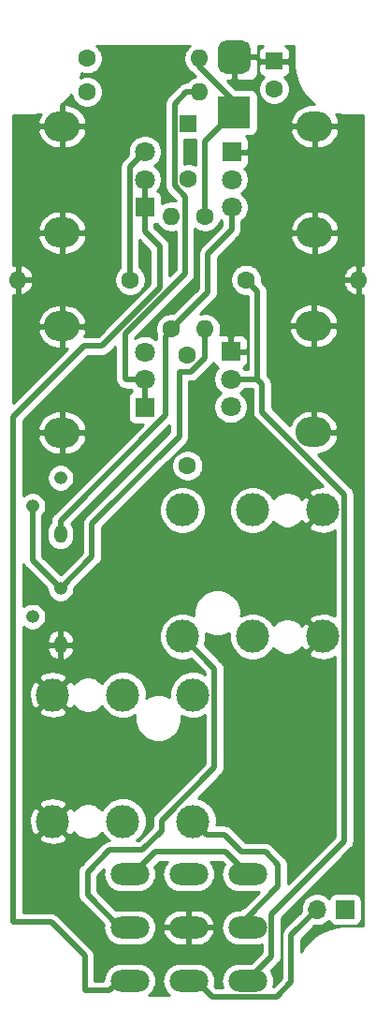
<source format=gbr>
%TF.GenerationSoftware,KiCad,Pcbnew,(5.1.10)-1*%
%TF.CreationDate,2021-10-05T10:10:45+02:00*%
%TF.ProjectId,Fuzz proto,46757a7a-2070-4726-9f74-6f2e6b696361,rev?*%
%TF.SameCoordinates,Original*%
%TF.FileFunction,Copper,L2,Bot*%
%TF.FilePolarity,Positive*%
%FSLAX46Y46*%
G04 Gerber Fmt 4.6, Leading zero omitted, Abs format (unit mm)*
G04 Created by KiCad (PCBNEW (5.1.10)-1) date 2021-10-05 10:10:45*
%MOMM*%
%LPD*%
G01*
G04 APERTURE LIST*
%TA.AperFunction,ComponentPad*%
%ADD10O,1.600000X1.600000*%
%TD*%
%TA.AperFunction,ComponentPad*%
%ADD11C,1.600000*%
%TD*%
%TA.AperFunction,ComponentPad*%
%ADD12O,1.200000X1.200000*%
%TD*%
%TA.AperFunction,ComponentPad*%
%ADD13O,1.200000X1.600000*%
%TD*%
%TA.AperFunction,ComponentPad*%
%ADD14O,3.500000X2.000000*%
%TD*%
%TA.AperFunction,ComponentPad*%
%ADD15O,3.240000X2.720000*%
%TD*%
%TA.AperFunction,ComponentPad*%
%ADD16C,1.800000*%
%TD*%
%TA.AperFunction,ComponentPad*%
%ADD17R,1.800000X1.800000*%
%TD*%
%TA.AperFunction,ComponentPad*%
%ADD18R,1.600000X1.600000*%
%TD*%
%TA.AperFunction,ComponentPad*%
%ADD19C,3.000000*%
%TD*%
%TA.AperFunction,ComponentPad*%
%ADD20R,1.700000X1.700000*%
%TD*%
%TA.AperFunction,ComponentPad*%
%ADD21O,1.700000X1.700000*%
%TD*%
%TA.AperFunction,ComponentPad*%
%ADD22R,3.000000X3.000000*%
%TD*%
%TA.AperFunction,ViaPad*%
%ADD23C,0.800000*%
%TD*%
%TA.AperFunction,Conductor*%
%ADD24C,0.500000*%
%TD*%
%TA.AperFunction,Conductor*%
%ADD25C,0.254000*%
%TD*%
%TA.AperFunction,Conductor*%
%ADD26C,0.100000*%
%TD*%
G04 APERTURE END LIST*
D10*
%TO.P,R4,2*%
%TO.N,Net-(D1-Pad1)*%
X129260000Y-27900000D03*
D11*
%TO.P,R4,1*%
%TO.N,Net-(Bias1-Pad3)*%
X119100000Y-27900000D03*
%TD*%
D12*
%TO.P,Q1,3*%
%TO.N,Net-(Q1-Pad3)*%
X116700000Y-75800000D03*
%TO.P,Q1,2*%
%TO.N,Net-(C1-Pad2)*%
X114160000Y-78340000D03*
D13*
%TO.P,Q1,1*%
%TO.N,GND*%
X116700000Y-80880000D03*
%TD*%
D14*
%TO.P,SW1,1*%
%TO.N,Net-(SW1-Pad1)*%
X122971560Y-101600000D03*
%TO.P,SW1,4*%
%TO.N,Net-(SW1-Pad4)*%
X128305560Y-101600000D03*
%TO.P,SW1,7*%
%TO.N,Net-(SW1-Pad1)*%
X133639560Y-101600000D03*
%TO.P,SW1,8*%
%TO.N,OUT*%
X133639560Y-106426000D03*
%TO.P,SW1,5*%
%TO.N,GND*%
X128305560Y-106426000D03*
%TO.P,SW1,2*%
%TO.N,IN*%
X122971560Y-106426000D03*
%TO.P,SW1,3*%
%TO.N,EFX_IN*%
X122971560Y-111252000D03*
%TO.P,SW1,6*%
%TO.N,LED-*%
X128305560Y-111252000D03*
%TO.P,SW1,9*%
%TO.N,EFX_OUT*%
X133639560Y-111252000D03*
%TD*%
D15*
%TO.P,Bias1,*%
%TO.N,GND*%
X116840000Y-61722000D03*
X116840000Y-52122000D03*
D16*
%TO.P,Bias1,3*%
%TO.N,Net-(Bias1-Pad3)*%
X124340000Y-54422000D03*
%TO.P,Bias1,2*%
%TO.N,Net-(Bias1-Pad1)*%
X124340000Y-56922000D03*
D17*
%TO.P,Bias1,1*%
X124340000Y-59422000D03*
%TD*%
D18*
%TO.P,C1,1*%
%TO.N,Net-(C1-Pad1)*%
X128270000Y-33782000D03*
D11*
%TO.P,C1,2*%
%TO.N,Net-(C1-Pad2)*%
X128270000Y-38782000D03*
%TD*%
D18*
%TO.P,C2,1*%
%TO.N,GND*%
X136050000Y-28150000D03*
D11*
%TO.P,C2,2*%
%TO.N,Net-(C2-Pad2)*%
X136050000Y-30650000D03*
%TD*%
%TO.P,C3,1*%
%TO.N,Net-(C3-Pad1)*%
X128200000Y-54700000D03*
%TO.P,C3,2*%
%TO.N,Net-(Bias1-Pad3)*%
X128200000Y-64700000D03*
%TD*%
D17*
%TO.P,Fuzz1,1*%
%TO.N,GND*%
X132200000Y-36336000D03*
D16*
%TO.P,Fuzz1,2*%
%TO.N,Net-(C2-Pad2)*%
X132200000Y-38836000D03*
%TO.P,Fuzz1,3*%
%TO.N,Net-(Fuzz1-Pad3)*%
X132200000Y-41336000D03*
D15*
%TO.P,Fuzz1,*%
%TO.N,GND*%
X139700000Y-43636000D03*
X139700000Y-34036000D03*
%TD*%
%TO.P,Gain1,*%
%TO.N,GND*%
X116840000Y-43636000D03*
X116840000Y-34036000D03*
D16*
%TO.P,Gain1,3*%
%TO.N,Net-(C1-Pad1)*%
X124340000Y-36336000D03*
%TO.P,Gain1,2*%
%TO.N,EFX_IN*%
X124340000Y-38836000D03*
D17*
%TO.P,Gain1,1*%
X124340000Y-41336000D03*
%TD*%
D19*
%TO.P,J1,T*%
%TO.N,IN*%
X127750000Y-80130000D03*
%TO.P,J1,S*%
%TO.N,GND*%
X140450000Y-80130000D03*
%TO.P,J1,G*%
X140450000Y-68700000D03*
%TO.P,J1,TN*%
%TO.N,IN*%
X127750000Y-68700000D03*
%TO.P,J1,R*%
%TO.N,Net-(J1-PadR)*%
X134100000Y-80130000D03*
%TO.P,J1,RN*%
%TO.N,Net-(J1-PadRN)*%
X134100000Y-68700000D03*
%TD*%
%TO.P,J2,RN*%
%TO.N,Net-(J2-PadRN)*%
X122350000Y-96830000D03*
%TO.P,J2,R*%
%TO.N,Net-(J2-PadR)*%
X122350000Y-85400000D03*
%TO.P,J2,TN*%
%TO.N,OUT*%
X128700000Y-96830000D03*
%TO.P,J2,G*%
%TO.N,GND*%
X116000000Y-96830000D03*
%TO.P,J2,S*%
X116000000Y-85400000D03*
%TO.P,J2,T*%
%TO.N,OUT*%
X128700000Y-85400000D03*
%TD*%
D13*
%TO.P,Q2,1*%
%TO.N,Net-(Fuzz1-Pad3)*%
X116700000Y-70880000D03*
D12*
%TO.P,Q2,2*%
%TO.N,Net-(Q1-Pad3)*%
X114160000Y-68340000D03*
%TO.P,Q2,3*%
%TO.N,Net-(Bias1-Pad1)*%
X116700000Y-65800000D03*
%TD*%
D11*
%TO.P,R1,1*%
%TO.N,Net-(C1-Pad1)*%
X123000000Y-47900000D03*
D10*
%TO.P,R1,2*%
%TO.N,GND*%
X112840000Y-47900000D03*
%TD*%
D11*
%TO.P,R2,1*%
%TO.N,Net-(D1-Pad1)*%
X129794000Y-42164000D03*
D10*
%TO.P,R2,2*%
%TO.N,Net-(Q1-Pad3)*%
X129794000Y-52324000D03*
%TD*%
%TO.P,R3,2*%
%TO.N,Net-(C1-Pad2)*%
X126746000Y-42164000D03*
D11*
%TO.P,R3,1*%
%TO.N,Net-(Fuzz1-Pad3)*%
X126746000Y-52324000D03*
%TD*%
%TO.P,R5,1*%
%TO.N,Net-(Bias1-Pad3)*%
X119090000Y-30900000D03*
D10*
%TO.P,R5,2*%
%TO.N,Net-(Bias1-Pad1)*%
X129250000Y-30900000D03*
%TD*%
%TO.P,R6,2*%
%TO.N,GND*%
X143660000Y-47900000D03*
D11*
%TO.P,R6,1*%
%TO.N,EFX_OUT*%
X133500000Y-47900000D03*
%TD*%
D17*
%TO.P,Vol1,1*%
%TO.N,GND*%
X132100000Y-54370000D03*
D16*
%TO.P,Vol1,2*%
%TO.N,EFX_OUT*%
X132100000Y-56870000D03*
%TO.P,Vol1,3*%
%TO.N,Net-(C3-Pad1)*%
X132100000Y-59370000D03*
D15*
%TO.P,Vol1,*%
%TO.N,GND*%
X139600000Y-61670000D03*
X139600000Y-52070000D03*
%TD*%
D20*
%TO.P,D1,1*%
%TO.N,Net-(D1-Pad1)*%
X142475000Y-104800000D03*
D21*
%TO.P,D1,2*%
%TO.N,LED-*%
X139935000Y-104800000D03*
%TD*%
D22*
%TO.P,J3,1*%
%TO.N,Net-(D1-Pad1)*%
X132425000Y-32775000D03*
%TO.P,J3,2*%
%TO.N,GND*%
%TA.AperFunction,ComponentPad*%
G36*
G01*
X131675000Y-26275000D02*
X133175000Y-26275000D01*
G75*
G02*
X133925000Y-27025000I0J-750000D01*
G01*
X133925000Y-28525000D01*
G75*
G02*
X133175000Y-29275000I-750000J0D01*
G01*
X131675000Y-29275000D01*
G75*
G02*
X130925000Y-28525000I0J750000D01*
G01*
X130925000Y-27025000D01*
G75*
G02*
X131675000Y-26275000I750000J0D01*
G01*
G37*
%TD.AperFunction*%
%TD*%
D23*
%TO.N,GND*%
X124250000Y-27075000D03*
X128350000Y-36300000D03*
X126925000Y-45300000D03*
X129200000Y-44900000D03*
%TD*%
D24*
%TO.N,Net-(Bias1-Pad1)*%
X124340000Y-56922000D02*
X124340000Y-59422000D01*
X124340000Y-56922000D02*
X122647000Y-56922000D01*
X122647000Y-56922000D02*
X122550000Y-56825000D01*
X128118630Y-30900000D02*
X129250000Y-30900000D01*
X127019999Y-31998631D02*
X128118630Y-30900000D01*
X127019999Y-39382001D02*
X127019999Y-31998631D01*
X127996001Y-40358003D02*
X127019999Y-39382001D01*
X127996001Y-47343961D02*
X127996001Y-40358003D01*
X122550000Y-52789962D02*
X127996001Y-47343961D01*
X122550000Y-56825000D02*
X122550000Y-52789962D01*
%TO.N,Net-(C1-Pad1)*%
X122989999Y-47889999D02*
X123000000Y-47900000D01*
X122989999Y-37686001D02*
X122989999Y-47889999D01*
X124340000Y-36336000D02*
X122989999Y-37686001D01*
%TO.N,Net-(C1-Pad2)*%
X113840000Y-78340000D02*
X114160000Y-78340000D01*
%TO.N,LED-*%
X130452010Y-112702010D02*
X136272990Y-112702010D01*
X129002000Y-111252000D02*
X130452010Y-112702010D01*
X128305560Y-111252000D02*
X129002000Y-111252000D01*
X136272990Y-112702010D02*
X137600000Y-111375000D01*
X137600000Y-107135000D02*
X139935000Y-104800000D01*
X137600000Y-111375000D02*
X137600000Y-107135000D01*
%TO.N,EFX_IN*%
X112450000Y-60400000D02*
X112450000Y-60700000D01*
X118810037Y-53900000D02*
X112450000Y-60260037D01*
X120450000Y-53900000D02*
X118810037Y-53900000D01*
X125700000Y-48650000D02*
X120450000Y-53900000D01*
X124340000Y-43540000D02*
X125700000Y-44900000D01*
X112450000Y-60260037D02*
X112450000Y-60700000D01*
X125700000Y-44900000D02*
X125700000Y-48650000D01*
X124340000Y-41336000D02*
X124340000Y-43540000D01*
X112450000Y-105400000D02*
X112450000Y-60700000D01*
X112450000Y-105950000D02*
X112450000Y-105400000D01*
X115850000Y-105950000D02*
X112450000Y-105950000D01*
X118900000Y-112100000D02*
X118900000Y-109000000D01*
X118950000Y-112150000D02*
X118900000Y-112100000D01*
X121150000Y-112150000D02*
X118950000Y-112150000D01*
X118900000Y-109000000D02*
X115850000Y-105950000D01*
X122048000Y-111252000D02*
X121150000Y-112150000D01*
X122971560Y-111252000D02*
X122048000Y-111252000D01*
X124340000Y-38836000D02*
X124340000Y-41336000D01*
%TO.N,IN*%
X130650001Y-83030001D02*
X127750000Y-80130000D01*
X124131598Y-99450000D02*
X125881598Y-97700000D01*
X121100000Y-99450000D02*
X124131598Y-99450000D01*
X125881598Y-97700000D02*
X125881598Y-96762400D01*
X119150000Y-101400000D02*
X121100000Y-99450000D01*
X125881598Y-96762400D02*
X130650001Y-91993997D01*
X119150000Y-103500000D02*
X119150000Y-101400000D01*
X122076000Y-106426000D02*
X119150000Y-103500000D01*
X130650001Y-91993997D02*
X130650001Y-83030001D01*
X122971560Y-106426000D02*
X122076000Y-106426000D01*
%TO.N,OUT*%
X133639560Y-106426000D02*
X133639560Y-105410440D01*
X133639560Y-106426000D02*
X133639560Y-105510440D01*
X133639560Y-105510440D02*
X136400000Y-102750000D01*
X136400000Y-102750000D02*
X136400000Y-100750000D01*
X136400000Y-100750000D02*
X135250000Y-99600000D01*
X133089962Y-99600000D02*
X131539962Y-98050000D01*
X135250000Y-99600000D02*
X133089962Y-99600000D01*
X129920000Y-98050000D02*
X128700000Y-96830000D01*
X131539962Y-98050000D02*
X129920000Y-98050000D01*
%TO.N,EFX_OUT*%
X133604000Y-111224060D02*
X135800000Y-109028060D01*
X142400001Y-67289741D02*
X134950000Y-59839740D01*
X142400001Y-98619962D02*
X142400001Y-67289741D01*
X135800000Y-105219963D02*
X142400001Y-98619962D01*
X135800000Y-109028060D02*
X135800000Y-105219963D01*
X134950000Y-59839740D02*
X134950000Y-57300000D01*
X134520000Y-56870000D02*
X132100000Y-56870000D01*
X134950000Y-57300000D02*
X134520000Y-56870000D01*
%TO.N,Net-(SW1-Pad1)*%
X133639560Y-101600000D02*
X133639560Y-101610440D01*
%TO.N,EFX_OUT*%
X133500000Y-47900000D02*
X134550000Y-48950000D01*
X134550000Y-56840000D02*
X134520000Y-56870000D01*
X134550000Y-48950000D02*
X134550000Y-56840000D01*
%TO.N,Net-(SW1-Pad1)*%
X131639560Y-99600000D02*
X133639560Y-101600000D01*
X125325000Y-99600000D02*
X131639560Y-99600000D01*
X123796560Y-101128440D02*
X125325000Y-99600000D01*
X122971560Y-101128440D02*
X123796560Y-101128440D01*
X122971560Y-101600000D02*
X122971560Y-101128440D01*
%TO.N,Net-(D1-Pad1)*%
X129260000Y-27900000D02*
X129260000Y-28610000D01*
X132425000Y-31775000D02*
X132425000Y-32775000D01*
X129260000Y-28610000D02*
X132425000Y-31775000D01*
X129794000Y-35406000D02*
X132425000Y-32775000D01*
X129794000Y-42164000D02*
X129794000Y-35406000D01*
%TO.N,Net-(Q1-Pad3)*%
X129794000Y-54956002D02*
X128525002Y-56225000D01*
X129794000Y-52324000D02*
X129794000Y-54956002D01*
X128525002Y-56225000D02*
X127525000Y-56225000D01*
X127446010Y-56303990D02*
X127446010Y-62053990D01*
X127525000Y-56225000D02*
X127446010Y-56303990D01*
X127446010Y-62053990D02*
X119550000Y-69950000D01*
X119550000Y-72950000D02*
X116700000Y-75800000D01*
X119550000Y-69950000D02*
X119550000Y-72950000D01*
X114160000Y-73260000D02*
X116700000Y-75800000D01*
X114160000Y-68340000D02*
X114160000Y-73260000D01*
%TO.N,Net-(Fuzz1-Pad3)*%
X132200000Y-41336000D02*
X132200000Y-43375000D01*
X132200000Y-43375000D02*
X130050000Y-45525000D01*
X130050000Y-49020000D02*
X126746000Y-52324000D01*
X130050000Y-45525000D02*
X130050000Y-49020000D01*
X126746000Y-52324000D02*
X126746000Y-52504000D01*
X126746000Y-52504000D02*
X126225000Y-53025000D01*
X116700000Y-69672002D02*
X116700000Y-70880000D01*
X126225000Y-60147002D02*
X116700000Y-69672002D01*
X126225000Y-53025000D02*
X126225000Y-60147002D01*
%TD*%
D25*
%TO.N,GND*%
X130574188Y-55394482D02*
X130610498Y-55514180D01*
X130669463Y-55624494D01*
X130748815Y-55721185D01*
X130845506Y-55800537D01*
X130945303Y-55853880D01*
X130907688Y-55891495D01*
X130739701Y-56142905D01*
X130623989Y-56422257D01*
X130565000Y-56718816D01*
X130565000Y-57021184D01*
X130623989Y-57317743D01*
X130739701Y-57597095D01*
X130907688Y-57848505D01*
X131121495Y-58062312D01*
X131207831Y-58120000D01*
X131121495Y-58177688D01*
X130907688Y-58391495D01*
X130739701Y-58642905D01*
X130623989Y-58922257D01*
X130565000Y-59218816D01*
X130565000Y-59521184D01*
X130623989Y-59817743D01*
X130739701Y-60097095D01*
X130907688Y-60348505D01*
X131121495Y-60562312D01*
X131372905Y-60730299D01*
X131652257Y-60846011D01*
X131948816Y-60905000D01*
X132251184Y-60905000D01*
X132547743Y-60846011D01*
X132827095Y-60730299D01*
X133078505Y-60562312D01*
X133292312Y-60348505D01*
X133460299Y-60097095D01*
X133576011Y-59817743D01*
X133635000Y-59521184D01*
X133635000Y-59218816D01*
X133576011Y-58922257D01*
X133460299Y-58642905D01*
X133292312Y-58391495D01*
X133078505Y-58177688D01*
X132992169Y-58120000D01*
X133078505Y-58062312D01*
X133292312Y-57848505D01*
X133354790Y-57755000D01*
X134065001Y-57755000D01*
X134065000Y-59796271D01*
X134060719Y-59839740D01*
X134065000Y-59883209D01*
X134065000Y-59883216D01*
X134077805Y-60013229D01*
X134128411Y-60180052D01*
X134210589Y-60333798D01*
X134321183Y-60468557D01*
X134354956Y-60496274D01*
X140414341Y-66555659D01*
X140407176Y-66555098D01*
X139989549Y-66604666D01*
X139589617Y-66734757D01*
X139293962Y-66892786D01*
X139137952Y-67208347D01*
X140450000Y-68520395D01*
X140464143Y-68506253D01*
X140643748Y-68685858D01*
X140629605Y-68700000D01*
X140643748Y-68714143D01*
X140464143Y-68893748D01*
X140450000Y-68879605D01*
X139137952Y-70191653D01*
X139293962Y-70507214D01*
X139668745Y-70698020D01*
X140073551Y-70812044D01*
X140492824Y-70844902D01*
X140910451Y-70795334D01*
X141310383Y-70665243D01*
X141515002Y-70555873D01*
X141515002Y-78276438D01*
X141231255Y-78131980D01*
X140826449Y-78017956D01*
X140407176Y-77985098D01*
X139989549Y-78034666D01*
X139589617Y-78164757D01*
X139293962Y-78322786D01*
X139137952Y-78638347D01*
X140450000Y-79950395D01*
X140464143Y-79936253D01*
X140643748Y-80115858D01*
X140629605Y-80130000D01*
X140643748Y-80144143D01*
X140464143Y-80323748D01*
X140450000Y-80309605D01*
X139137952Y-81621653D01*
X139293962Y-81937214D01*
X139668745Y-82128020D01*
X140073551Y-82242044D01*
X140492824Y-82274902D01*
X140910451Y-82225334D01*
X141310383Y-82095243D01*
X141515002Y-81985873D01*
X141515001Y-98253383D01*
X137285000Y-102483385D01*
X137285000Y-100793469D01*
X137289281Y-100750000D01*
X137285000Y-100706531D01*
X137285000Y-100706523D01*
X137272195Y-100576510D01*
X137230265Y-100438286D01*
X137221589Y-100409686D01*
X137139411Y-100255941D01*
X137056532Y-100154953D01*
X137056530Y-100154951D01*
X137028817Y-100121183D01*
X136995049Y-100093470D01*
X135906534Y-99004956D01*
X135878817Y-98971183D01*
X135744059Y-98860589D01*
X135590313Y-98778411D01*
X135423490Y-98727805D01*
X135293477Y-98715000D01*
X135293469Y-98715000D01*
X135250000Y-98710719D01*
X135206531Y-98715000D01*
X133456541Y-98715000D01*
X132196496Y-97454956D01*
X132168779Y-97421183D01*
X132034021Y-97310589D01*
X131880275Y-97228411D01*
X131713452Y-97177805D01*
X131583439Y-97165000D01*
X131583431Y-97165000D01*
X131539962Y-97160719D01*
X131496493Y-97165000D01*
X130810191Y-97165000D01*
X130835000Y-97040279D01*
X130835000Y-96619721D01*
X130752953Y-96207244D01*
X130592012Y-95818698D01*
X130358363Y-95469017D01*
X130060983Y-95171637D01*
X129711302Y-94937988D01*
X129322756Y-94777047D01*
X129152413Y-94743164D01*
X131245052Y-92650525D01*
X131278818Y-92622814D01*
X131389412Y-92488056D01*
X131471590Y-92334310D01*
X131522196Y-92167487D01*
X131535001Y-92037474D01*
X131535001Y-92037464D01*
X131539282Y-91993998D01*
X131535001Y-91950532D01*
X131535001Y-83073470D01*
X131539282Y-83030001D01*
X131535001Y-82986532D01*
X131535001Y-82986524D01*
X131522196Y-82856511D01*
X131471590Y-82689688D01*
X131389412Y-82535942D01*
X131278818Y-82401184D01*
X131245050Y-82373471D01*
X129750637Y-80879058D01*
X129802953Y-80752756D01*
X129885000Y-80340279D01*
X129885000Y-79919721D01*
X129878077Y-79884915D01*
X129888698Y-79892012D01*
X130277244Y-80052953D01*
X130689721Y-80135000D01*
X131110279Y-80135000D01*
X131522756Y-80052953D01*
X131911302Y-79892012D01*
X131979587Y-79846385D01*
X131965000Y-79919721D01*
X131965000Y-80340279D01*
X132047047Y-80752756D01*
X132207988Y-81141302D01*
X132441637Y-81490983D01*
X132739017Y-81788363D01*
X133088698Y-82022012D01*
X133477244Y-82182953D01*
X133889721Y-82265000D01*
X134310279Y-82265000D01*
X134722756Y-82182953D01*
X135111302Y-82022012D01*
X135460983Y-81788363D01*
X135758363Y-81490983D01*
X135975672Y-81165756D01*
X135980013Y-81172252D01*
X136207748Y-81399987D01*
X136475537Y-81578918D01*
X136773088Y-81702168D01*
X137088967Y-81765000D01*
X137411033Y-81765000D01*
X137726912Y-81702168D01*
X138024463Y-81578918D01*
X138292252Y-81399987D01*
X138519987Y-81172252D01*
X138554421Y-81120717D01*
X138642786Y-81286038D01*
X138958347Y-81442048D01*
X140270395Y-80130000D01*
X138958347Y-78817952D01*
X138642786Y-78973962D01*
X138556804Y-79142849D01*
X138519987Y-79087748D01*
X138292252Y-78860013D01*
X138024463Y-78681082D01*
X137726912Y-78557832D01*
X137411033Y-78495000D01*
X137088967Y-78495000D01*
X136773088Y-78557832D01*
X136475537Y-78681082D01*
X136207748Y-78860013D01*
X135980013Y-79087748D01*
X135975672Y-79094244D01*
X135758363Y-78769017D01*
X135460983Y-78471637D01*
X135111302Y-78237988D01*
X134722756Y-78077047D01*
X134310279Y-77995000D01*
X133889721Y-77995000D01*
X133477244Y-78077047D01*
X133088698Y-78237988D01*
X133020413Y-78283615D01*
X133035000Y-78210279D01*
X133035000Y-77789721D01*
X132952953Y-77377244D01*
X132792012Y-76988698D01*
X132558363Y-76639017D01*
X132260983Y-76341637D01*
X131911302Y-76107988D01*
X131522756Y-75947047D01*
X131110279Y-75865000D01*
X130689721Y-75865000D01*
X130277244Y-75947047D01*
X129888698Y-76107988D01*
X129539017Y-76341637D01*
X129241637Y-76639017D01*
X129007988Y-76988698D01*
X128847047Y-77377244D01*
X128765000Y-77789721D01*
X128765000Y-78210279D01*
X128771923Y-78245085D01*
X128761302Y-78237988D01*
X128372756Y-78077047D01*
X127960279Y-77995000D01*
X127539721Y-77995000D01*
X127127244Y-78077047D01*
X126738698Y-78237988D01*
X126389017Y-78471637D01*
X126091637Y-78769017D01*
X125857988Y-79118698D01*
X125697047Y-79507244D01*
X125615000Y-79919721D01*
X125615000Y-80340279D01*
X125697047Y-80752756D01*
X125857988Y-81141302D01*
X126091637Y-81490983D01*
X126389017Y-81788363D01*
X126738698Y-82022012D01*
X127127244Y-82182953D01*
X127539721Y-82265000D01*
X127960279Y-82265000D01*
X128372756Y-82182953D01*
X128499058Y-82130637D01*
X129765002Y-83396581D01*
X129765002Y-83543869D01*
X129711302Y-83507988D01*
X129322756Y-83347047D01*
X128910279Y-83265000D01*
X128489721Y-83265000D01*
X128077244Y-83347047D01*
X127688698Y-83507988D01*
X127339017Y-83741637D01*
X127041637Y-84039017D01*
X126807988Y-84388698D01*
X126647047Y-84777244D01*
X126565000Y-85189721D01*
X126565000Y-85610279D01*
X126571923Y-85645085D01*
X126561302Y-85637988D01*
X126172756Y-85477047D01*
X125760279Y-85395000D01*
X125339721Y-85395000D01*
X124927244Y-85477047D01*
X124538698Y-85637988D01*
X124470413Y-85683615D01*
X124485000Y-85610279D01*
X124485000Y-85189721D01*
X124402953Y-84777244D01*
X124242012Y-84388698D01*
X124008363Y-84039017D01*
X123710983Y-83741637D01*
X123361302Y-83507988D01*
X122972756Y-83347047D01*
X122560279Y-83265000D01*
X122139721Y-83265000D01*
X121727244Y-83347047D01*
X121338698Y-83507988D01*
X120989017Y-83741637D01*
X120691637Y-84039017D01*
X120474328Y-84364244D01*
X120469987Y-84357748D01*
X120242252Y-84130013D01*
X119974463Y-83951082D01*
X119676912Y-83827832D01*
X119361033Y-83765000D01*
X119038967Y-83765000D01*
X118723088Y-83827832D01*
X118425537Y-83951082D01*
X118157748Y-84130013D01*
X117930013Y-84357748D01*
X117895579Y-84409283D01*
X117807214Y-84243962D01*
X117491653Y-84087952D01*
X116179605Y-85400000D01*
X117491653Y-86712048D01*
X117807214Y-86556038D01*
X117893196Y-86387151D01*
X117930013Y-86442252D01*
X118157748Y-86669987D01*
X118425537Y-86848918D01*
X118723088Y-86972168D01*
X119038967Y-87035000D01*
X119361033Y-87035000D01*
X119676912Y-86972168D01*
X119974463Y-86848918D01*
X120242252Y-86669987D01*
X120469987Y-86442252D01*
X120474328Y-86435756D01*
X120691637Y-86760983D01*
X120989017Y-87058363D01*
X121338698Y-87292012D01*
X121727244Y-87452953D01*
X122139721Y-87535000D01*
X122560279Y-87535000D01*
X122972756Y-87452953D01*
X123361302Y-87292012D01*
X123429587Y-87246385D01*
X123415000Y-87319721D01*
X123415000Y-87740279D01*
X123497047Y-88152756D01*
X123657988Y-88541302D01*
X123891637Y-88890983D01*
X124189017Y-89188363D01*
X124538698Y-89422012D01*
X124927244Y-89582953D01*
X125339721Y-89665000D01*
X125760279Y-89665000D01*
X126172756Y-89582953D01*
X126561302Y-89422012D01*
X126910983Y-89188363D01*
X127208363Y-88890983D01*
X127442012Y-88541302D01*
X127602953Y-88152756D01*
X127685000Y-87740279D01*
X127685000Y-87319721D01*
X127678077Y-87284915D01*
X127688698Y-87292012D01*
X128077244Y-87452953D01*
X128489721Y-87535000D01*
X128910279Y-87535000D01*
X129322756Y-87452953D01*
X129711302Y-87292012D01*
X129765002Y-87256131D01*
X129765001Y-91627418D01*
X125286550Y-96105870D01*
X125252782Y-96133583D01*
X125225069Y-96167351D01*
X125225066Y-96167354D01*
X125142188Y-96268341D01*
X125060010Y-96422087D01*
X125009403Y-96588910D01*
X124992317Y-96762400D01*
X124996599Y-96805878D01*
X124996598Y-97333421D01*
X123765020Y-98565000D01*
X123596287Y-98565000D01*
X123710983Y-98488363D01*
X124008363Y-98190983D01*
X124242012Y-97841302D01*
X124402953Y-97452756D01*
X124485000Y-97040279D01*
X124485000Y-96619721D01*
X124402953Y-96207244D01*
X124242012Y-95818698D01*
X124008363Y-95469017D01*
X123710983Y-95171637D01*
X123361302Y-94937988D01*
X122972756Y-94777047D01*
X122560279Y-94695000D01*
X122139721Y-94695000D01*
X121727244Y-94777047D01*
X121338698Y-94937988D01*
X120989017Y-95171637D01*
X120691637Y-95469017D01*
X120474328Y-95794244D01*
X120469987Y-95787748D01*
X120242252Y-95560013D01*
X119974463Y-95381082D01*
X119676912Y-95257832D01*
X119361033Y-95195000D01*
X119038967Y-95195000D01*
X118723088Y-95257832D01*
X118425537Y-95381082D01*
X118157748Y-95560013D01*
X117930013Y-95787748D01*
X117895579Y-95839283D01*
X117807214Y-95673962D01*
X117491653Y-95517952D01*
X116179605Y-96830000D01*
X117491653Y-98142048D01*
X117807214Y-97986038D01*
X117893196Y-97817151D01*
X117930013Y-97872252D01*
X118157748Y-98099987D01*
X118425537Y-98278918D01*
X118723088Y-98402168D01*
X119038967Y-98465000D01*
X119361033Y-98465000D01*
X119676912Y-98402168D01*
X119974463Y-98278918D01*
X120242252Y-98099987D01*
X120469987Y-97872252D01*
X120474328Y-97865756D01*
X120691637Y-98190983D01*
X120989017Y-98488363D01*
X121097652Y-98560950D01*
X121056533Y-98565000D01*
X121056523Y-98565000D01*
X120926510Y-98577805D01*
X120759687Y-98628411D01*
X120605941Y-98710589D01*
X120605939Y-98710590D01*
X120605940Y-98710590D01*
X120504953Y-98793468D01*
X120504951Y-98793470D01*
X120471183Y-98821183D01*
X120443470Y-98854951D01*
X118554951Y-100743471D01*
X118521184Y-100771183D01*
X118493471Y-100804951D01*
X118493468Y-100804954D01*
X118410590Y-100905941D01*
X118328412Y-101059687D01*
X118277805Y-101226510D01*
X118260719Y-101400000D01*
X118265001Y-101443479D01*
X118265000Y-103456531D01*
X118260719Y-103500000D01*
X118265000Y-103543469D01*
X118265000Y-103543476D01*
X118277805Y-103673489D01*
X118328411Y-103840312D01*
X118410589Y-103994058D01*
X118521183Y-104128817D01*
X118554956Y-104156534D01*
X120600685Y-106202264D01*
X120578649Y-106426000D01*
X120610217Y-106746516D01*
X120703708Y-107054715D01*
X120855529Y-107338752D01*
X121059846Y-107587714D01*
X121308808Y-107792031D01*
X121592845Y-107943852D01*
X121901044Y-108037343D01*
X122141238Y-108061000D01*
X123801882Y-108061000D01*
X124042076Y-108037343D01*
X124350275Y-107943852D01*
X124634312Y-107792031D01*
X124883274Y-107587714D01*
X125087591Y-107338752D01*
X125239412Y-107054715D01*
X125314727Y-106806434D01*
X125965436Y-106806434D01*
X125996416Y-106934355D01*
X126125550Y-107228761D01*
X126309638Y-107492317D01*
X126541606Y-107714895D01*
X126812540Y-107887942D01*
X127112028Y-108004807D01*
X127428560Y-108061000D01*
X128178560Y-108061000D01*
X128178560Y-106553000D01*
X128432560Y-106553000D01*
X128432560Y-108061000D01*
X129182560Y-108061000D01*
X129499092Y-108004807D01*
X129798580Y-107887942D01*
X130069514Y-107714895D01*
X130301482Y-107492317D01*
X130485570Y-107228761D01*
X130614704Y-106934355D01*
X130645684Y-106806434D01*
X130526337Y-106553000D01*
X128432560Y-106553000D01*
X128178560Y-106553000D01*
X126084783Y-106553000D01*
X125965436Y-106806434D01*
X125314727Y-106806434D01*
X125332903Y-106746516D01*
X125364471Y-106426000D01*
X125332903Y-106105484D01*
X125314728Y-106045566D01*
X125965436Y-106045566D01*
X126084783Y-106299000D01*
X128178560Y-106299000D01*
X128178560Y-104791000D01*
X128432560Y-104791000D01*
X128432560Y-106299000D01*
X130526337Y-106299000D01*
X130645684Y-106045566D01*
X130614704Y-105917645D01*
X130485570Y-105623239D01*
X130301482Y-105359683D01*
X130069514Y-105137105D01*
X129798580Y-104964058D01*
X129499092Y-104847193D01*
X129182560Y-104791000D01*
X128432560Y-104791000D01*
X128178560Y-104791000D01*
X127428560Y-104791000D01*
X127112028Y-104847193D01*
X126812540Y-104964058D01*
X126541606Y-105137105D01*
X126309638Y-105359683D01*
X126125550Y-105623239D01*
X125996416Y-105917645D01*
X125965436Y-106045566D01*
X125314728Y-106045566D01*
X125239412Y-105797285D01*
X125087591Y-105513248D01*
X124883274Y-105264286D01*
X124634312Y-105059969D01*
X124350275Y-104908148D01*
X124042076Y-104814657D01*
X123801882Y-104791000D01*
X122141238Y-104791000D01*
X121901044Y-104814657D01*
X121759249Y-104857670D01*
X120035000Y-103133422D01*
X120035000Y-101766578D01*
X120648588Y-101152990D01*
X120610217Y-101279484D01*
X120578649Y-101600000D01*
X120610217Y-101920516D01*
X120703708Y-102228715D01*
X120855529Y-102512752D01*
X121059846Y-102761714D01*
X121308808Y-102966031D01*
X121592845Y-103117852D01*
X121901044Y-103211343D01*
X122141238Y-103235000D01*
X123801882Y-103235000D01*
X124042076Y-103211343D01*
X124350275Y-103117852D01*
X124634312Y-102966031D01*
X124883274Y-102761714D01*
X125087591Y-102512752D01*
X125239412Y-102228715D01*
X125332903Y-101920516D01*
X125364471Y-101600000D01*
X125332903Y-101279484D01*
X125239412Y-100971285D01*
X125227528Y-100949051D01*
X125691579Y-100485000D01*
X126355509Y-100485000D01*
X126189529Y-100687248D01*
X126037708Y-100971285D01*
X125944217Y-101279484D01*
X125912649Y-101600000D01*
X125944217Y-101920516D01*
X126037708Y-102228715D01*
X126189529Y-102512752D01*
X126393846Y-102761714D01*
X126642808Y-102966031D01*
X126926845Y-103117852D01*
X127235044Y-103211343D01*
X127475238Y-103235000D01*
X129135882Y-103235000D01*
X129376076Y-103211343D01*
X129684275Y-103117852D01*
X129968312Y-102966031D01*
X130217274Y-102761714D01*
X130421591Y-102512752D01*
X130573412Y-102228715D01*
X130666903Y-101920516D01*
X130698471Y-101600000D01*
X130666903Y-101279484D01*
X130573412Y-100971285D01*
X130421591Y-100687248D01*
X130255611Y-100485000D01*
X131272982Y-100485000D01*
X131506705Y-100718723D01*
X131371708Y-100971285D01*
X131278217Y-101279484D01*
X131246649Y-101600000D01*
X131278217Y-101920516D01*
X131371708Y-102228715D01*
X131523529Y-102512752D01*
X131727846Y-102761714D01*
X131976808Y-102966031D01*
X132260845Y-103117852D01*
X132569044Y-103211343D01*
X132809238Y-103235000D01*
X134469882Y-103235000D01*
X134684566Y-103213856D01*
X133314066Y-104584356D01*
X133299248Y-104588851D01*
X133145502Y-104671029D01*
X133010744Y-104781623D01*
X133003048Y-104791000D01*
X132809238Y-104791000D01*
X132569044Y-104814657D01*
X132260845Y-104908148D01*
X131976808Y-105059969D01*
X131727846Y-105264286D01*
X131523529Y-105513248D01*
X131371708Y-105797285D01*
X131278217Y-106105484D01*
X131246649Y-106426000D01*
X131278217Y-106746516D01*
X131371708Y-107054715D01*
X131523529Y-107338752D01*
X131727846Y-107587714D01*
X131976808Y-107792031D01*
X132260845Y-107943852D01*
X132569044Y-108037343D01*
X132809238Y-108061000D01*
X134469882Y-108061000D01*
X134710076Y-108037343D01*
X134915000Y-107975180D01*
X134915000Y-108661481D01*
X133959482Y-109617000D01*
X132809238Y-109617000D01*
X132569044Y-109640657D01*
X132260845Y-109734148D01*
X131976808Y-109885969D01*
X131727846Y-110090286D01*
X131523529Y-110339248D01*
X131371708Y-110623285D01*
X131278217Y-110931484D01*
X131246649Y-111252000D01*
X131278217Y-111572516D01*
X131352383Y-111817010D01*
X130818589Y-111817010D01*
X130645302Y-111643724D01*
X130666903Y-111572516D01*
X130698471Y-111252000D01*
X130666903Y-110931484D01*
X130573412Y-110623285D01*
X130421591Y-110339248D01*
X130217274Y-110090286D01*
X129968312Y-109885969D01*
X129684275Y-109734148D01*
X129376076Y-109640657D01*
X129135882Y-109617000D01*
X127475238Y-109617000D01*
X127235044Y-109640657D01*
X126926845Y-109734148D01*
X126642808Y-109885969D01*
X126393846Y-110090286D01*
X126189529Y-110339248D01*
X126037708Y-110623285D01*
X125944217Y-110931484D01*
X125912649Y-111252000D01*
X125944217Y-111572516D01*
X126037708Y-111880715D01*
X126189529Y-112164752D01*
X126393846Y-112413714D01*
X126547727Y-112540000D01*
X124729393Y-112540000D01*
X124883274Y-112413714D01*
X125087591Y-112164752D01*
X125239412Y-111880715D01*
X125332903Y-111572516D01*
X125364471Y-111252000D01*
X125332903Y-110931484D01*
X125239412Y-110623285D01*
X125087591Y-110339248D01*
X124883274Y-110090286D01*
X124634312Y-109885969D01*
X124350275Y-109734148D01*
X124042076Y-109640657D01*
X123801882Y-109617000D01*
X122141238Y-109617000D01*
X121901044Y-109640657D01*
X121592845Y-109734148D01*
X121308808Y-109885969D01*
X121059846Y-110090286D01*
X120855529Y-110339248D01*
X120703708Y-110623285D01*
X120610217Y-110931484D01*
X120578649Y-111252000D01*
X120579929Y-111265000D01*
X119785000Y-111265000D01*
X119785000Y-109043465D01*
X119789281Y-108999999D01*
X119785000Y-108956533D01*
X119785000Y-108956523D01*
X119772195Y-108826510D01*
X119721589Y-108659687D01*
X119639411Y-108505941D01*
X119615210Y-108476452D01*
X119556532Y-108404953D01*
X119556530Y-108404951D01*
X119528817Y-108371183D01*
X119495049Y-108343470D01*
X116506534Y-105354956D01*
X116478817Y-105321183D01*
X116344059Y-105210589D01*
X116190313Y-105128411D01*
X116023490Y-105077805D01*
X115893477Y-105065000D01*
X115893469Y-105065000D01*
X115850000Y-105060719D01*
X115806531Y-105065000D01*
X113335000Y-105065000D01*
X113335000Y-98321653D01*
X114687952Y-98321653D01*
X114843962Y-98637214D01*
X115218745Y-98828020D01*
X115623551Y-98942044D01*
X116042824Y-98974902D01*
X116460451Y-98925334D01*
X116860383Y-98795243D01*
X117156038Y-98637214D01*
X117312048Y-98321653D01*
X116000000Y-97009605D01*
X114687952Y-98321653D01*
X113335000Y-98321653D01*
X113335000Y-96872824D01*
X113855098Y-96872824D01*
X113904666Y-97290451D01*
X114034757Y-97690383D01*
X114192786Y-97986038D01*
X114508347Y-98142048D01*
X115820395Y-96830000D01*
X114508347Y-95517952D01*
X114192786Y-95673962D01*
X114001980Y-96048745D01*
X113887956Y-96453551D01*
X113855098Y-96872824D01*
X113335000Y-96872824D01*
X113335000Y-95338347D01*
X114687952Y-95338347D01*
X116000000Y-96650395D01*
X117312048Y-95338347D01*
X117156038Y-95022786D01*
X116781255Y-94831980D01*
X116376449Y-94717956D01*
X115957176Y-94685098D01*
X115539549Y-94734666D01*
X115139617Y-94864757D01*
X114843962Y-95022786D01*
X114687952Y-95338347D01*
X113335000Y-95338347D01*
X113335000Y-86891653D01*
X114687952Y-86891653D01*
X114843962Y-87207214D01*
X115218745Y-87398020D01*
X115623551Y-87512044D01*
X116042824Y-87544902D01*
X116460451Y-87495334D01*
X116860383Y-87365243D01*
X117156038Y-87207214D01*
X117312048Y-86891653D01*
X116000000Y-85579605D01*
X114687952Y-86891653D01*
X113335000Y-86891653D01*
X113335000Y-85442824D01*
X113855098Y-85442824D01*
X113904666Y-85860451D01*
X114034757Y-86260383D01*
X114192786Y-86556038D01*
X114508347Y-86712048D01*
X115820395Y-85400000D01*
X114508347Y-84087952D01*
X114192786Y-84243962D01*
X114001980Y-84618745D01*
X113887956Y-85023551D01*
X113855098Y-85442824D01*
X113335000Y-85442824D01*
X113335000Y-83908347D01*
X114687952Y-83908347D01*
X116000000Y-85220395D01*
X117312048Y-83908347D01*
X117156038Y-83592786D01*
X116781255Y-83401980D01*
X116376449Y-83287956D01*
X115957176Y-83255098D01*
X115539549Y-83304666D01*
X115139617Y-83434757D01*
X114843962Y-83592786D01*
X114687952Y-83908347D01*
X113335000Y-83908347D01*
X113335000Y-81201681D01*
X115465087Y-81201681D01*
X115512554Y-81440263D01*
X115605654Y-81665000D01*
X115740809Y-81867256D01*
X115912826Y-82039258D01*
X116115093Y-82174396D01*
X116339838Y-82267477D01*
X116382391Y-82273462D01*
X116573000Y-82148731D01*
X116573000Y-81007000D01*
X116827000Y-81007000D01*
X116827000Y-82148731D01*
X117017609Y-82273462D01*
X117060162Y-82267477D01*
X117284907Y-82174396D01*
X117487174Y-82039258D01*
X117659191Y-81867256D01*
X117794346Y-81665000D01*
X117887446Y-81440263D01*
X117934913Y-81201681D01*
X117779994Y-81007000D01*
X116827000Y-81007000D01*
X116573000Y-81007000D01*
X115620006Y-81007000D01*
X115465087Y-81201681D01*
X113335000Y-81201681D01*
X113335000Y-80558319D01*
X115465087Y-80558319D01*
X115620006Y-80753000D01*
X116573000Y-80753000D01*
X116573000Y-79611269D01*
X116827000Y-79611269D01*
X116827000Y-80753000D01*
X117779994Y-80753000D01*
X117934913Y-80558319D01*
X117887446Y-80319737D01*
X117794346Y-80095000D01*
X117659191Y-79892744D01*
X117487174Y-79720742D01*
X117284907Y-79585604D01*
X117060162Y-79492523D01*
X117017609Y-79486538D01*
X116827000Y-79611269D01*
X116573000Y-79611269D01*
X116382391Y-79486538D01*
X116339838Y-79492523D01*
X116115093Y-79585604D01*
X115912826Y-79720742D01*
X115740809Y-79892744D01*
X115605654Y-80095000D01*
X115512554Y-80319737D01*
X115465087Y-80558319D01*
X113335000Y-80558319D01*
X113335000Y-79261554D01*
X113372733Y-79299287D01*
X113575008Y-79434443D01*
X113799764Y-79527540D01*
X114038363Y-79575000D01*
X114281637Y-79575000D01*
X114520236Y-79527540D01*
X114744992Y-79434443D01*
X114947267Y-79299287D01*
X115119287Y-79127267D01*
X115254443Y-78924992D01*
X115347540Y-78700236D01*
X115395000Y-78461637D01*
X115395000Y-78218363D01*
X115347540Y-77979764D01*
X115254443Y-77755008D01*
X115119287Y-77552733D01*
X114947267Y-77380713D01*
X114744992Y-77245557D01*
X114520236Y-77152460D01*
X114281637Y-77105000D01*
X114038363Y-77105000D01*
X113799764Y-77152460D01*
X113575008Y-77245557D01*
X113372733Y-77380713D01*
X113335000Y-77418446D01*
X113335000Y-73589066D01*
X113338412Y-73600313D01*
X113420590Y-73754059D01*
X113503468Y-73855046D01*
X113503471Y-73855049D01*
X113531184Y-73888817D01*
X113564951Y-73916529D01*
X115465000Y-75816579D01*
X115465000Y-75921637D01*
X115512460Y-76160236D01*
X115605557Y-76384992D01*
X115740713Y-76587267D01*
X115912733Y-76759287D01*
X116115008Y-76894443D01*
X116339764Y-76987540D01*
X116578363Y-77035000D01*
X116821637Y-77035000D01*
X117060236Y-76987540D01*
X117284992Y-76894443D01*
X117487267Y-76759287D01*
X117659287Y-76587267D01*
X117794443Y-76384992D01*
X117887540Y-76160236D01*
X117935000Y-75921637D01*
X117935000Y-75816578D01*
X120145049Y-73606530D01*
X120178817Y-73578817D01*
X120289411Y-73444059D01*
X120364553Y-73303477D01*
X120371589Y-73290314D01*
X120422195Y-73123490D01*
X120425837Y-73086510D01*
X120435000Y-72993477D01*
X120435000Y-72993469D01*
X120439281Y-72950000D01*
X120435000Y-72906531D01*
X120435000Y-70316578D01*
X122261857Y-68489721D01*
X125615000Y-68489721D01*
X125615000Y-68910279D01*
X125697047Y-69322756D01*
X125857988Y-69711302D01*
X126091637Y-70060983D01*
X126389017Y-70358363D01*
X126738698Y-70592012D01*
X127127244Y-70752953D01*
X127539721Y-70835000D01*
X127960279Y-70835000D01*
X128372756Y-70752953D01*
X128761302Y-70592012D01*
X129110983Y-70358363D01*
X129408363Y-70060983D01*
X129642012Y-69711302D01*
X129802953Y-69322756D01*
X129885000Y-68910279D01*
X129885000Y-68489721D01*
X131965000Y-68489721D01*
X131965000Y-68910279D01*
X132047047Y-69322756D01*
X132207988Y-69711302D01*
X132441637Y-70060983D01*
X132739017Y-70358363D01*
X133088698Y-70592012D01*
X133477244Y-70752953D01*
X133889721Y-70835000D01*
X134310279Y-70835000D01*
X134722756Y-70752953D01*
X135111302Y-70592012D01*
X135460983Y-70358363D01*
X135758363Y-70060983D01*
X135975672Y-69735756D01*
X135980013Y-69742252D01*
X136207748Y-69969987D01*
X136475537Y-70148918D01*
X136773088Y-70272168D01*
X137088967Y-70335000D01*
X137411033Y-70335000D01*
X137726912Y-70272168D01*
X138024463Y-70148918D01*
X138292252Y-69969987D01*
X138519987Y-69742252D01*
X138554421Y-69690717D01*
X138642786Y-69856038D01*
X138958347Y-70012048D01*
X140270395Y-68700000D01*
X138958347Y-67387952D01*
X138642786Y-67543962D01*
X138556804Y-67712849D01*
X138519987Y-67657748D01*
X138292252Y-67430013D01*
X138024463Y-67251082D01*
X137726912Y-67127832D01*
X137411033Y-67065000D01*
X137088967Y-67065000D01*
X136773088Y-67127832D01*
X136475537Y-67251082D01*
X136207748Y-67430013D01*
X135980013Y-67657748D01*
X135975672Y-67664244D01*
X135758363Y-67339017D01*
X135460983Y-67041637D01*
X135111302Y-66807988D01*
X134722756Y-66647047D01*
X134310279Y-66565000D01*
X133889721Y-66565000D01*
X133477244Y-66647047D01*
X133088698Y-66807988D01*
X132739017Y-67041637D01*
X132441637Y-67339017D01*
X132207988Y-67688698D01*
X132047047Y-68077244D01*
X131965000Y-68489721D01*
X129885000Y-68489721D01*
X129802953Y-68077244D01*
X129642012Y-67688698D01*
X129408363Y-67339017D01*
X129110983Y-67041637D01*
X128761302Y-66807988D01*
X128372756Y-66647047D01*
X127960279Y-66565000D01*
X127539721Y-66565000D01*
X127127244Y-66647047D01*
X126738698Y-66807988D01*
X126389017Y-67041637D01*
X126091637Y-67339017D01*
X125857988Y-67688698D01*
X125697047Y-68077244D01*
X125615000Y-68489721D01*
X122261857Y-68489721D01*
X126192913Y-64558665D01*
X126765000Y-64558665D01*
X126765000Y-64841335D01*
X126820147Y-65118574D01*
X126928320Y-65379727D01*
X127085363Y-65614759D01*
X127285241Y-65814637D01*
X127520273Y-65971680D01*
X127781426Y-66079853D01*
X128058665Y-66135000D01*
X128341335Y-66135000D01*
X128618574Y-66079853D01*
X128879727Y-65971680D01*
X129114759Y-65814637D01*
X129314637Y-65614759D01*
X129471680Y-65379727D01*
X129579853Y-65118574D01*
X129635000Y-64841335D01*
X129635000Y-64558665D01*
X129579853Y-64281426D01*
X129471680Y-64020273D01*
X129314637Y-63785241D01*
X129114759Y-63585363D01*
X128879727Y-63428320D01*
X128618574Y-63320147D01*
X128341335Y-63265000D01*
X128058665Y-63265000D01*
X127781426Y-63320147D01*
X127520273Y-63428320D01*
X127285241Y-63585363D01*
X127085363Y-63785241D01*
X126928320Y-64020273D01*
X126820147Y-64281426D01*
X126765000Y-64558665D01*
X126192913Y-64558665D01*
X128041059Y-62710520D01*
X128074827Y-62682807D01*
X128185421Y-62548049D01*
X128267599Y-62394303D01*
X128318205Y-62227480D01*
X128331010Y-62097467D01*
X128331010Y-62097457D01*
X128335291Y-62053991D01*
X128331010Y-62010525D01*
X128331010Y-57110000D01*
X128481533Y-57110000D01*
X128525002Y-57114281D01*
X128568471Y-57110000D01*
X128568479Y-57110000D01*
X128698492Y-57097195D01*
X128865315Y-57046589D01*
X129019061Y-56964411D01*
X129153819Y-56853817D01*
X129181536Y-56820044D01*
X130389049Y-55612532D01*
X130422817Y-55584819D01*
X130480790Y-55514180D01*
X130533410Y-55450062D01*
X130533411Y-55450061D01*
X130572466Y-55376994D01*
X130574188Y-55394482D01*
%TA.AperFunction,Conductor*%
D26*
G36*
X130574188Y-55394482D02*
G01*
X130610498Y-55514180D01*
X130669463Y-55624494D01*
X130748815Y-55721185D01*
X130845506Y-55800537D01*
X130945303Y-55853880D01*
X130907688Y-55891495D01*
X130739701Y-56142905D01*
X130623989Y-56422257D01*
X130565000Y-56718816D01*
X130565000Y-57021184D01*
X130623989Y-57317743D01*
X130739701Y-57597095D01*
X130907688Y-57848505D01*
X131121495Y-58062312D01*
X131207831Y-58120000D01*
X131121495Y-58177688D01*
X130907688Y-58391495D01*
X130739701Y-58642905D01*
X130623989Y-58922257D01*
X130565000Y-59218816D01*
X130565000Y-59521184D01*
X130623989Y-59817743D01*
X130739701Y-60097095D01*
X130907688Y-60348505D01*
X131121495Y-60562312D01*
X131372905Y-60730299D01*
X131652257Y-60846011D01*
X131948816Y-60905000D01*
X132251184Y-60905000D01*
X132547743Y-60846011D01*
X132827095Y-60730299D01*
X133078505Y-60562312D01*
X133292312Y-60348505D01*
X133460299Y-60097095D01*
X133576011Y-59817743D01*
X133635000Y-59521184D01*
X133635000Y-59218816D01*
X133576011Y-58922257D01*
X133460299Y-58642905D01*
X133292312Y-58391495D01*
X133078505Y-58177688D01*
X132992169Y-58120000D01*
X133078505Y-58062312D01*
X133292312Y-57848505D01*
X133354790Y-57755000D01*
X134065001Y-57755000D01*
X134065000Y-59796271D01*
X134060719Y-59839740D01*
X134065000Y-59883209D01*
X134065000Y-59883216D01*
X134077805Y-60013229D01*
X134128411Y-60180052D01*
X134210589Y-60333798D01*
X134321183Y-60468557D01*
X134354956Y-60496274D01*
X140414341Y-66555659D01*
X140407176Y-66555098D01*
X139989549Y-66604666D01*
X139589617Y-66734757D01*
X139293962Y-66892786D01*
X139137952Y-67208347D01*
X140450000Y-68520395D01*
X140464143Y-68506253D01*
X140643748Y-68685858D01*
X140629605Y-68700000D01*
X140643748Y-68714143D01*
X140464143Y-68893748D01*
X140450000Y-68879605D01*
X139137952Y-70191653D01*
X139293962Y-70507214D01*
X139668745Y-70698020D01*
X140073551Y-70812044D01*
X140492824Y-70844902D01*
X140910451Y-70795334D01*
X141310383Y-70665243D01*
X141515002Y-70555873D01*
X141515002Y-78276438D01*
X141231255Y-78131980D01*
X140826449Y-78017956D01*
X140407176Y-77985098D01*
X139989549Y-78034666D01*
X139589617Y-78164757D01*
X139293962Y-78322786D01*
X139137952Y-78638347D01*
X140450000Y-79950395D01*
X140464143Y-79936253D01*
X140643748Y-80115858D01*
X140629605Y-80130000D01*
X140643748Y-80144143D01*
X140464143Y-80323748D01*
X140450000Y-80309605D01*
X139137952Y-81621653D01*
X139293962Y-81937214D01*
X139668745Y-82128020D01*
X140073551Y-82242044D01*
X140492824Y-82274902D01*
X140910451Y-82225334D01*
X141310383Y-82095243D01*
X141515002Y-81985873D01*
X141515001Y-98253383D01*
X137285000Y-102483385D01*
X137285000Y-100793469D01*
X137289281Y-100750000D01*
X137285000Y-100706531D01*
X137285000Y-100706523D01*
X137272195Y-100576510D01*
X137230265Y-100438286D01*
X137221589Y-100409686D01*
X137139411Y-100255941D01*
X137056532Y-100154953D01*
X137056530Y-100154951D01*
X137028817Y-100121183D01*
X136995049Y-100093470D01*
X135906534Y-99004956D01*
X135878817Y-98971183D01*
X135744059Y-98860589D01*
X135590313Y-98778411D01*
X135423490Y-98727805D01*
X135293477Y-98715000D01*
X135293469Y-98715000D01*
X135250000Y-98710719D01*
X135206531Y-98715000D01*
X133456541Y-98715000D01*
X132196496Y-97454956D01*
X132168779Y-97421183D01*
X132034021Y-97310589D01*
X131880275Y-97228411D01*
X131713452Y-97177805D01*
X131583439Y-97165000D01*
X131583431Y-97165000D01*
X131539962Y-97160719D01*
X131496493Y-97165000D01*
X130810191Y-97165000D01*
X130835000Y-97040279D01*
X130835000Y-96619721D01*
X130752953Y-96207244D01*
X130592012Y-95818698D01*
X130358363Y-95469017D01*
X130060983Y-95171637D01*
X129711302Y-94937988D01*
X129322756Y-94777047D01*
X129152413Y-94743164D01*
X131245052Y-92650525D01*
X131278818Y-92622814D01*
X131389412Y-92488056D01*
X131471590Y-92334310D01*
X131522196Y-92167487D01*
X131535001Y-92037474D01*
X131535001Y-92037464D01*
X131539282Y-91993998D01*
X131535001Y-91950532D01*
X131535001Y-83073470D01*
X131539282Y-83030001D01*
X131535001Y-82986532D01*
X131535001Y-82986524D01*
X131522196Y-82856511D01*
X131471590Y-82689688D01*
X131389412Y-82535942D01*
X131278818Y-82401184D01*
X131245050Y-82373471D01*
X129750637Y-80879058D01*
X129802953Y-80752756D01*
X129885000Y-80340279D01*
X129885000Y-79919721D01*
X129878077Y-79884915D01*
X129888698Y-79892012D01*
X130277244Y-80052953D01*
X130689721Y-80135000D01*
X131110279Y-80135000D01*
X131522756Y-80052953D01*
X131911302Y-79892012D01*
X131979587Y-79846385D01*
X131965000Y-79919721D01*
X131965000Y-80340279D01*
X132047047Y-80752756D01*
X132207988Y-81141302D01*
X132441637Y-81490983D01*
X132739017Y-81788363D01*
X133088698Y-82022012D01*
X133477244Y-82182953D01*
X133889721Y-82265000D01*
X134310279Y-82265000D01*
X134722756Y-82182953D01*
X135111302Y-82022012D01*
X135460983Y-81788363D01*
X135758363Y-81490983D01*
X135975672Y-81165756D01*
X135980013Y-81172252D01*
X136207748Y-81399987D01*
X136475537Y-81578918D01*
X136773088Y-81702168D01*
X137088967Y-81765000D01*
X137411033Y-81765000D01*
X137726912Y-81702168D01*
X138024463Y-81578918D01*
X138292252Y-81399987D01*
X138519987Y-81172252D01*
X138554421Y-81120717D01*
X138642786Y-81286038D01*
X138958347Y-81442048D01*
X140270395Y-80130000D01*
X138958347Y-78817952D01*
X138642786Y-78973962D01*
X138556804Y-79142849D01*
X138519987Y-79087748D01*
X138292252Y-78860013D01*
X138024463Y-78681082D01*
X137726912Y-78557832D01*
X137411033Y-78495000D01*
X137088967Y-78495000D01*
X136773088Y-78557832D01*
X136475537Y-78681082D01*
X136207748Y-78860013D01*
X135980013Y-79087748D01*
X135975672Y-79094244D01*
X135758363Y-78769017D01*
X135460983Y-78471637D01*
X135111302Y-78237988D01*
X134722756Y-78077047D01*
X134310279Y-77995000D01*
X133889721Y-77995000D01*
X133477244Y-78077047D01*
X133088698Y-78237988D01*
X133020413Y-78283615D01*
X133035000Y-78210279D01*
X133035000Y-77789721D01*
X132952953Y-77377244D01*
X132792012Y-76988698D01*
X132558363Y-76639017D01*
X132260983Y-76341637D01*
X131911302Y-76107988D01*
X131522756Y-75947047D01*
X131110279Y-75865000D01*
X130689721Y-75865000D01*
X130277244Y-75947047D01*
X129888698Y-76107988D01*
X129539017Y-76341637D01*
X129241637Y-76639017D01*
X129007988Y-76988698D01*
X128847047Y-77377244D01*
X128765000Y-77789721D01*
X128765000Y-78210279D01*
X128771923Y-78245085D01*
X128761302Y-78237988D01*
X128372756Y-78077047D01*
X127960279Y-77995000D01*
X127539721Y-77995000D01*
X127127244Y-78077047D01*
X126738698Y-78237988D01*
X126389017Y-78471637D01*
X126091637Y-78769017D01*
X125857988Y-79118698D01*
X125697047Y-79507244D01*
X125615000Y-79919721D01*
X125615000Y-80340279D01*
X125697047Y-80752756D01*
X125857988Y-81141302D01*
X126091637Y-81490983D01*
X126389017Y-81788363D01*
X126738698Y-82022012D01*
X127127244Y-82182953D01*
X127539721Y-82265000D01*
X127960279Y-82265000D01*
X128372756Y-82182953D01*
X128499058Y-82130637D01*
X129765002Y-83396581D01*
X129765002Y-83543869D01*
X129711302Y-83507988D01*
X129322756Y-83347047D01*
X128910279Y-83265000D01*
X128489721Y-83265000D01*
X128077244Y-83347047D01*
X127688698Y-83507988D01*
X127339017Y-83741637D01*
X127041637Y-84039017D01*
X126807988Y-84388698D01*
X126647047Y-84777244D01*
X126565000Y-85189721D01*
X126565000Y-85610279D01*
X126571923Y-85645085D01*
X126561302Y-85637988D01*
X126172756Y-85477047D01*
X125760279Y-85395000D01*
X125339721Y-85395000D01*
X124927244Y-85477047D01*
X124538698Y-85637988D01*
X124470413Y-85683615D01*
X124485000Y-85610279D01*
X124485000Y-85189721D01*
X124402953Y-84777244D01*
X124242012Y-84388698D01*
X124008363Y-84039017D01*
X123710983Y-83741637D01*
X123361302Y-83507988D01*
X122972756Y-83347047D01*
X122560279Y-83265000D01*
X122139721Y-83265000D01*
X121727244Y-83347047D01*
X121338698Y-83507988D01*
X120989017Y-83741637D01*
X120691637Y-84039017D01*
X120474328Y-84364244D01*
X120469987Y-84357748D01*
X120242252Y-84130013D01*
X119974463Y-83951082D01*
X119676912Y-83827832D01*
X119361033Y-83765000D01*
X119038967Y-83765000D01*
X118723088Y-83827832D01*
X118425537Y-83951082D01*
X118157748Y-84130013D01*
X117930013Y-84357748D01*
X117895579Y-84409283D01*
X117807214Y-84243962D01*
X117491653Y-84087952D01*
X116179605Y-85400000D01*
X117491653Y-86712048D01*
X117807214Y-86556038D01*
X117893196Y-86387151D01*
X117930013Y-86442252D01*
X118157748Y-86669987D01*
X118425537Y-86848918D01*
X118723088Y-86972168D01*
X119038967Y-87035000D01*
X119361033Y-87035000D01*
X119676912Y-86972168D01*
X119974463Y-86848918D01*
X120242252Y-86669987D01*
X120469987Y-86442252D01*
X120474328Y-86435756D01*
X120691637Y-86760983D01*
X120989017Y-87058363D01*
X121338698Y-87292012D01*
X121727244Y-87452953D01*
X122139721Y-87535000D01*
X122560279Y-87535000D01*
X122972756Y-87452953D01*
X123361302Y-87292012D01*
X123429587Y-87246385D01*
X123415000Y-87319721D01*
X123415000Y-87740279D01*
X123497047Y-88152756D01*
X123657988Y-88541302D01*
X123891637Y-88890983D01*
X124189017Y-89188363D01*
X124538698Y-89422012D01*
X124927244Y-89582953D01*
X125339721Y-89665000D01*
X125760279Y-89665000D01*
X126172756Y-89582953D01*
X126561302Y-89422012D01*
X126910983Y-89188363D01*
X127208363Y-88890983D01*
X127442012Y-88541302D01*
X127602953Y-88152756D01*
X127685000Y-87740279D01*
X127685000Y-87319721D01*
X127678077Y-87284915D01*
X127688698Y-87292012D01*
X128077244Y-87452953D01*
X128489721Y-87535000D01*
X128910279Y-87535000D01*
X129322756Y-87452953D01*
X129711302Y-87292012D01*
X129765002Y-87256131D01*
X129765001Y-91627418D01*
X125286550Y-96105870D01*
X125252782Y-96133583D01*
X125225069Y-96167351D01*
X125225066Y-96167354D01*
X125142188Y-96268341D01*
X125060010Y-96422087D01*
X125009403Y-96588910D01*
X124992317Y-96762400D01*
X124996599Y-96805878D01*
X124996598Y-97333421D01*
X123765020Y-98565000D01*
X123596287Y-98565000D01*
X123710983Y-98488363D01*
X124008363Y-98190983D01*
X124242012Y-97841302D01*
X124402953Y-97452756D01*
X124485000Y-97040279D01*
X124485000Y-96619721D01*
X124402953Y-96207244D01*
X124242012Y-95818698D01*
X124008363Y-95469017D01*
X123710983Y-95171637D01*
X123361302Y-94937988D01*
X122972756Y-94777047D01*
X122560279Y-94695000D01*
X122139721Y-94695000D01*
X121727244Y-94777047D01*
X121338698Y-94937988D01*
X120989017Y-95171637D01*
X120691637Y-95469017D01*
X120474328Y-95794244D01*
X120469987Y-95787748D01*
X120242252Y-95560013D01*
X119974463Y-95381082D01*
X119676912Y-95257832D01*
X119361033Y-95195000D01*
X119038967Y-95195000D01*
X118723088Y-95257832D01*
X118425537Y-95381082D01*
X118157748Y-95560013D01*
X117930013Y-95787748D01*
X117895579Y-95839283D01*
X117807214Y-95673962D01*
X117491653Y-95517952D01*
X116179605Y-96830000D01*
X117491653Y-98142048D01*
X117807214Y-97986038D01*
X117893196Y-97817151D01*
X117930013Y-97872252D01*
X118157748Y-98099987D01*
X118425537Y-98278918D01*
X118723088Y-98402168D01*
X119038967Y-98465000D01*
X119361033Y-98465000D01*
X119676912Y-98402168D01*
X119974463Y-98278918D01*
X120242252Y-98099987D01*
X120469987Y-97872252D01*
X120474328Y-97865756D01*
X120691637Y-98190983D01*
X120989017Y-98488363D01*
X121097652Y-98560950D01*
X121056533Y-98565000D01*
X121056523Y-98565000D01*
X120926510Y-98577805D01*
X120759687Y-98628411D01*
X120605941Y-98710589D01*
X120605939Y-98710590D01*
X120605940Y-98710590D01*
X120504953Y-98793468D01*
X120504951Y-98793470D01*
X120471183Y-98821183D01*
X120443470Y-98854951D01*
X118554951Y-100743471D01*
X118521184Y-100771183D01*
X118493471Y-100804951D01*
X118493468Y-100804954D01*
X118410590Y-100905941D01*
X118328412Y-101059687D01*
X118277805Y-101226510D01*
X118260719Y-101400000D01*
X118265001Y-101443479D01*
X118265000Y-103456531D01*
X118260719Y-103500000D01*
X118265000Y-103543469D01*
X118265000Y-103543476D01*
X118277805Y-103673489D01*
X118328411Y-103840312D01*
X118410589Y-103994058D01*
X118521183Y-104128817D01*
X118554956Y-104156534D01*
X120600685Y-106202264D01*
X120578649Y-106426000D01*
X120610217Y-106746516D01*
X120703708Y-107054715D01*
X120855529Y-107338752D01*
X121059846Y-107587714D01*
X121308808Y-107792031D01*
X121592845Y-107943852D01*
X121901044Y-108037343D01*
X122141238Y-108061000D01*
X123801882Y-108061000D01*
X124042076Y-108037343D01*
X124350275Y-107943852D01*
X124634312Y-107792031D01*
X124883274Y-107587714D01*
X125087591Y-107338752D01*
X125239412Y-107054715D01*
X125314727Y-106806434D01*
X125965436Y-106806434D01*
X125996416Y-106934355D01*
X126125550Y-107228761D01*
X126309638Y-107492317D01*
X126541606Y-107714895D01*
X126812540Y-107887942D01*
X127112028Y-108004807D01*
X127428560Y-108061000D01*
X128178560Y-108061000D01*
X128178560Y-106553000D01*
X128432560Y-106553000D01*
X128432560Y-108061000D01*
X129182560Y-108061000D01*
X129499092Y-108004807D01*
X129798580Y-107887942D01*
X130069514Y-107714895D01*
X130301482Y-107492317D01*
X130485570Y-107228761D01*
X130614704Y-106934355D01*
X130645684Y-106806434D01*
X130526337Y-106553000D01*
X128432560Y-106553000D01*
X128178560Y-106553000D01*
X126084783Y-106553000D01*
X125965436Y-106806434D01*
X125314727Y-106806434D01*
X125332903Y-106746516D01*
X125364471Y-106426000D01*
X125332903Y-106105484D01*
X125314728Y-106045566D01*
X125965436Y-106045566D01*
X126084783Y-106299000D01*
X128178560Y-106299000D01*
X128178560Y-104791000D01*
X128432560Y-104791000D01*
X128432560Y-106299000D01*
X130526337Y-106299000D01*
X130645684Y-106045566D01*
X130614704Y-105917645D01*
X130485570Y-105623239D01*
X130301482Y-105359683D01*
X130069514Y-105137105D01*
X129798580Y-104964058D01*
X129499092Y-104847193D01*
X129182560Y-104791000D01*
X128432560Y-104791000D01*
X128178560Y-104791000D01*
X127428560Y-104791000D01*
X127112028Y-104847193D01*
X126812540Y-104964058D01*
X126541606Y-105137105D01*
X126309638Y-105359683D01*
X126125550Y-105623239D01*
X125996416Y-105917645D01*
X125965436Y-106045566D01*
X125314728Y-106045566D01*
X125239412Y-105797285D01*
X125087591Y-105513248D01*
X124883274Y-105264286D01*
X124634312Y-105059969D01*
X124350275Y-104908148D01*
X124042076Y-104814657D01*
X123801882Y-104791000D01*
X122141238Y-104791000D01*
X121901044Y-104814657D01*
X121759249Y-104857670D01*
X120035000Y-103133422D01*
X120035000Y-101766578D01*
X120648588Y-101152990D01*
X120610217Y-101279484D01*
X120578649Y-101600000D01*
X120610217Y-101920516D01*
X120703708Y-102228715D01*
X120855529Y-102512752D01*
X121059846Y-102761714D01*
X121308808Y-102966031D01*
X121592845Y-103117852D01*
X121901044Y-103211343D01*
X122141238Y-103235000D01*
X123801882Y-103235000D01*
X124042076Y-103211343D01*
X124350275Y-103117852D01*
X124634312Y-102966031D01*
X124883274Y-102761714D01*
X125087591Y-102512752D01*
X125239412Y-102228715D01*
X125332903Y-101920516D01*
X125364471Y-101600000D01*
X125332903Y-101279484D01*
X125239412Y-100971285D01*
X125227528Y-100949051D01*
X125691579Y-100485000D01*
X126355509Y-100485000D01*
X126189529Y-100687248D01*
X126037708Y-100971285D01*
X125944217Y-101279484D01*
X125912649Y-101600000D01*
X125944217Y-101920516D01*
X126037708Y-102228715D01*
X126189529Y-102512752D01*
X126393846Y-102761714D01*
X126642808Y-102966031D01*
X126926845Y-103117852D01*
X127235044Y-103211343D01*
X127475238Y-103235000D01*
X129135882Y-103235000D01*
X129376076Y-103211343D01*
X129684275Y-103117852D01*
X129968312Y-102966031D01*
X130217274Y-102761714D01*
X130421591Y-102512752D01*
X130573412Y-102228715D01*
X130666903Y-101920516D01*
X130698471Y-101600000D01*
X130666903Y-101279484D01*
X130573412Y-100971285D01*
X130421591Y-100687248D01*
X130255611Y-100485000D01*
X131272982Y-100485000D01*
X131506705Y-100718723D01*
X131371708Y-100971285D01*
X131278217Y-101279484D01*
X131246649Y-101600000D01*
X131278217Y-101920516D01*
X131371708Y-102228715D01*
X131523529Y-102512752D01*
X131727846Y-102761714D01*
X131976808Y-102966031D01*
X132260845Y-103117852D01*
X132569044Y-103211343D01*
X132809238Y-103235000D01*
X134469882Y-103235000D01*
X134684566Y-103213856D01*
X133314066Y-104584356D01*
X133299248Y-104588851D01*
X133145502Y-104671029D01*
X133010744Y-104781623D01*
X133003048Y-104791000D01*
X132809238Y-104791000D01*
X132569044Y-104814657D01*
X132260845Y-104908148D01*
X131976808Y-105059969D01*
X131727846Y-105264286D01*
X131523529Y-105513248D01*
X131371708Y-105797285D01*
X131278217Y-106105484D01*
X131246649Y-106426000D01*
X131278217Y-106746516D01*
X131371708Y-107054715D01*
X131523529Y-107338752D01*
X131727846Y-107587714D01*
X131976808Y-107792031D01*
X132260845Y-107943852D01*
X132569044Y-108037343D01*
X132809238Y-108061000D01*
X134469882Y-108061000D01*
X134710076Y-108037343D01*
X134915000Y-107975180D01*
X134915000Y-108661481D01*
X133959482Y-109617000D01*
X132809238Y-109617000D01*
X132569044Y-109640657D01*
X132260845Y-109734148D01*
X131976808Y-109885969D01*
X131727846Y-110090286D01*
X131523529Y-110339248D01*
X131371708Y-110623285D01*
X131278217Y-110931484D01*
X131246649Y-111252000D01*
X131278217Y-111572516D01*
X131352383Y-111817010D01*
X130818589Y-111817010D01*
X130645302Y-111643724D01*
X130666903Y-111572516D01*
X130698471Y-111252000D01*
X130666903Y-110931484D01*
X130573412Y-110623285D01*
X130421591Y-110339248D01*
X130217274Y-110090286D01*
X129968312Y-109885969D01*
X129684275Y-109734148D01*
X129376076Y-109640657D01*
X129135882Y-109617000D01*
X127475238Y-109617000D01*
X127235044Y-109640657D01*
X126926845Y-109734148D01*
X126642808Y-109885969D01*
X126393846Y-110090286D01*
X126189529Y-110339248D01*
X126037708Y-110623285D01*
X125944217Y-110931484D01*
X125912649Y-111252000D01*
X125944217Y-111572516D01*
X126037708Y-111880715D01*
X126189529Y-112164752D01*
X126393846Y-112413714D01*
X126547727Y-112540000D01*
X124729393Y-112540000D01*
X124883274Y-112413714D01*
X125087591Y-112164752D01*
X125239412Y-111880715D01*
X125332903Y-111572516D01*
X125364471Y-111252000D01*
X125332903Y-110931484D01*
X125239412Y-110623285D01*
X125087591Y-110339248D01*
X124883274Y-110090286D01*
X124634312Y-109885969D01*
X124350275Y-109734148D01*
X124042076Y-109640657D01*
X123801882Y-109617000D01*
X122141238Y-109617000D01*
X121901044Y-109640657D01*
X121592845Y-109734148D01*
X121308808Y-109885969D01*
X121059846Y-110090286D01*
X120855529Y-110339248D01*
X120703708Y-110623285D01*
X120610217Y-110931484D01*
X120578649Y-111252000D01*
X120579929Y-111265000D01*
X119785000Y-111265000D01*
X119785000Y-109043465D01*
X119789281Y-108999999D01*
X119785000Y-108956533D01*
X119785000Y-108956523D01*
X119772195Y-108826510D01*
X119721589Y-108659687D01*
X119639411Y-108505941D01*
X119615210Y-108476452D01*
X119556532Y-108404953D01*
X119556530Y-108404951D01*
X119528817Y-108371183D01*
X119495049Y-108343470D01*
X116506534Y-105354956D01*
X116478817Y-105321183D01*
X116344059Y-105210589D01*
X116190313Y-105128411D01*
X116023490Y-105077805D01*
X115893477Y-105065000D01*
X115893469Y-105065000D01*
X115850000Y-105060719D01*
X115806531Y-105065000D01*
X113335000Y-105065000D01*
X113335000Y-98321653D01*
X114687952Y-98321653D01*
X114843962Y-98637214D01*
X115218745Y-98828020D01*
X115623551Y-98942044D01*
X116042824Y-98974902D01*
X116460451Y-98925334D01*
X116860383Y-98795243D01*
X117156038Y-98637214D01*
X117312048Y-98321653D01*
X116000000Y-97009605D01*
X114687952Y-98321653D01*
X113335000Y-98321653D01*
X113335000Y-96872824D01*
X113855098Y-96872824D01*
X113904666Y-97290451D01*
X114034757Y-97690383D01*
X114192786Y-97986038D01*
X114508347Y-98142048D01*
X115820395Y-96830000D01*
X114508347Y-95517952D01*
X114192786Y-95673962D01*
X114001980Y-96048745D01*
X113887956Y-96453551D01*
X113855098Y-96872824D01*
X113335000Y-96872824D01*
X113335000Y-95338347D01*
X114687952Y-95338347D01*
X116000000Y-96650395D01*
X117312048Y-95338347D01*
X117156038Y-95022786D01*
X116781255Y-94831980D01*
X116376449Y-94717956D01*
X115957176Y-94685098D01*
X115539549Y-94734666D01*
X115139617Y-94864757D01*
X114843962Y-95022786D01*
X114687952Y-95338347D01*
X113335000Y-95338347D01*
X113335000Y-86891653D01*
X114687952Y-86891653D01*
X114843962Y-87207214D01*
X115218745Y-87398020D01*
X115623551Y-87512044D01*
X116042824Y-87544902D01*
X116460451Y-87495334D01*
X116860383Y-87365243D01*
X117156038Y-87207214D01*
X117312048Y-86891653D01*
X116000000Y-85579605D01*
X114687952Y-86891653D01*
X113335000Y-86891653D01*
X113335000Y-85442824D01*
X113855098Y-85442824D01*
X113904666Y-85860451D01*
X114034757Y-86260383D01*
X114192786Y-86556038D01*
X114508347Y-86712048D01*
X115820395Y-85400000D01*
X114508347Y-84087952D01*
X114192786Y-84243962D01*
X114001980Y-84618745D01*
X113887956Y-85023551D01*
X113855098Y-85442824D01*
X113335000Y-85442824D01*
X113335000Y-83908347D01*
X114687952Y-83908347D01*
X116000000Y-85220395D01*
X117312048Y-83908347D01*
X117156038Y-83592786D01*
X116781255Y-83401980D01*
X116376449Y-83287956D01*
X115957176Y-83255098D01*
X115539549Y-83304666D01*
X115139617Y-83434757D01*
X114843962Y-83592786D01*
X114687952Y-83908347D01*
X113335000Y-83908347D01*
X113335000Y-81201681D01*
X115465087Y-81201681D01*
X115512554Y-81440263D01*
X115605654Y-81665000D01*
X115740809Y-81867256D01*
X115912826Y-82039258D01*
X116115093Y-82174396D01*
X116339838Y-82267477D01*
X116382391Y-82273462D01*
X116573000Y-82148731D01*
X116573000Y-81007000D01*
X116827000Y-81007000D01*
X116827000Y-82148731D01*
X117017609Y-82273462D01*
X117060162Y-82267477D01*
X117284907Y-82174396D01*
X117487174Y-82039258D01*
X117659191Y-81867256D01*
X117794346Y-81665000D01*
X117887446Y-81440263D01*
X117934913Y-81201681D01*
X117779994Y-81007000D01*
X116827000Y-81007000D01*
X116573000Y-81007000D01*
X115620006Y-81007000D01*
X115465087Y-81201681D01*
X113335000Y-81201681D01*
X113335000Y-80558319D01*
X115465087Y-80558319D01*
X115620006Y-80753000D01*
X116573000Y-80753000D01*
X116573000Y-79611269D01*
X116827000Y-79611269D01*
X116827000Y-80753000D01*
X117779994Y-80753000D01*
X117934913Y-80558319D01*
X117887446Y-80319737D01*
X117794346Y-80095000D01*
X117659191Y-79892744D01*
X117487174Y-79720742D01*
X117284907Y-79585604D01*
X117060162Y-79492523D01*
X117017609Y-79486538D01*
X116827000Y-79611269D01*
X116573000Y-79611269D01*
X116382391Y-79486538D01*
X116339838Y-79492523D01*
X116115093Y-79585604D01*
X115912826Y-79720742D01*
X115740809Y-79892744D01*
X115605654Y-80095000D01*
X115512554Y-80319737D01*
X115465087Y-80558319D01*
X113335000Y-80558319D01*
X113335000Y-79261554D01*
X113372733Y-79299287D01*
X113575008Y-79434443D01*
X113799764Y-79527540D01*
X114038363Y-79575000D01*
X114281637Y-79575000D01*
X114520236Y-79527540D01*
X114744992Y-79434443D01*
X114947267Y-79299287D01*
X115119287Y-79127267D01*
X115254443Y-78924992D01*
X115347540Y-78700236D01*
X115395000Y-78461637D01*
X115395000Y-78218363D01*
X115347540Y-77979764D01*
X115254443Y-77755008D01*
X115119287Y-77552733D01*
X114947267Y-77380713D01*
X114744992Y-77245557D01*
X114520236Y-77152460D01*
X114281637Y-77105000D01*
X114038363Y-77105000D01*
X113799764Y-77152460D01*
X113575008Y-77245557D01*
X113372733Y-77380713D01*
X113335000Y-77418446D01*
X113335000Y-73589066D01*
X113338412Y-73600313D01*
X113420590Y-73754059D01*
X113503468Y-73855046D01*
X113503471Y-73855049D01*
X113531184Y-73888817D01*
X113564951Y-73916529D01*
X115465000Y-75816579D01*
X115465000Y-75921637D01*
X115512460Y-76160236D01*
X115605557Y-76384992D01*
X115740713Y-76587267D01*
X115912733Y-76759287D01*
X116115008Y-76894443D01*
X116339764Y-76987540D01*
X116578363Y-77035000D01*
X116821637Y-77035000D01*
X117060236Y-76987540D01*
X117284992Y-76894443D01*
X117487267Y-76759287D01*
X117659287Y-76587267D01*
X117794443Y-76384992D01*
X117887540Y-76160236D01*
X117935000Y-75921637D01*
X117935000Y-75816578D01*
X120145049Y-73606530D01*
X120178817Y-73578817D01*
X120289411Y-73444059D01*
X120364553Y-73303477D01*
X120371589Y-73290314D01*
X120422195Y-73123490D01*
X120425837Y-73086510D01*
X120435000Y-72993477D01*
X120435000Y-72993469D01*
X120439281Y-72950000D01*
X120435000Y-72906531D01*
X120435000Y-70316578D01*
X122261857Y-68489721D01*
X125615000Y-68489721D01*
X125615000Y-68910279D01*
X125697047Y-69322756D01*
X125857988Y-69711302D01*
X126091637Y-70060983D01*
X126389017Y-70358363D01*
X126738698Y-70592012D01*
X127127244Y-70752953D01*
X127539721Y-70835000D01*
X127960279Y-70835000D01*
X128372756Y-70752953D01*
X128761302Y-70592012D01*
X129110983Y-70358363D01*
X129408363Y-70060983D01*
X129642012Y-69711302D01*
X129802953Y-69322756D01*
X129885000Y-68910279D01*
X129885000Y-68489721D01*
X131965000Y-68489721D01*
X131965000Y-68910279D01*
X132047047Y-69322756D01*
X132207988Y-69711302D01*
X132441637Y-70060983D01*
X132739017Y-70358363D01*
X133088698Y-70592012D01*
X133477244Y-70752953D01*
X133889721Y-70835000D01*
X134310279Y-70835000D01*
X134722756Y-70752953D01*
X135111302Y-70592012D01*
X135460983Y-70358363D01*
X135758363Y-70060983D01*
X135975672Y-69735756D01*
X135980013Y-69742252D01*
X136207748Y-69969987D01*
X136475537Y-70148918D01*
X136773088Y-70272168D01*
X137088967Y-70335000D01*
X137411033Y-70335000D01*
X137726912Y-70272168D01*
X138024463Y-70148918D01*
X138292252Y-69969987D01*
X138519987Y-69742252D01*
X138554421Y-69690717D01*
X138642786Y-69856038D01*
X138958347Y-70012048D01*
X140270395Y-68700000D01*
X138958347Y-67387952D01*
X138642786Y-67543962D01*
X138556804Y-67712849D01*
X138519987Y-67657748D01*
X138292252Y-67430013D01*
X138024463Y-67251082D01*
X137726912Y-67127832D01*
X137411033Y-67065000D01*
X137088967Y-67065000D01*
X136773088Y-67127832D01*
X136475537Y-67251082D01*
X136207748Y-67430013D01*
X135980013Y-67657748D01*
X135975672Y-67664244D01*
X135758363Y-67339017D01*
X135460983Y-67041637D01*
X135111302Y-66807988D01*
X134722756Y-66647047D01*
X134310279Y-66565000D01*
X133889721Y-66565000D01*
X133477244Y-66647047D01*
X133088698Y-66807988D01*
X132739017Y-67041637D01*
X132441637Y-67339017D01*
X132207988Y-67688698D01*
X132047047Y-68077244D01*
X131965000Y-68489721D01*
X129885000Y-68489721D01*
X129802953Y-68077244D01*
X129642012Y-67688698D01*
X129408363Y-67339017D01*
X129110983Y-67041637D01*
X128761302Y-66807988D01*
X128372756Y-66647047D01*
X127960279Y-66565000D01*
X127539721Y-66565000D01*
X127127244Y-66647047D01*
X126738698Y-66807988D01*
X126389017Y-67041637D01*
X126091637Y-67339017D01*
X125857988Y-67688698D01*
X125697047Y-68077244D01*
X125615000Y-68489721D01*
X122261857Y-68489721D01*
X126192913Y-64558665D01*
X126765000Y-64558665D01*
X126765000Y-64841335D01*
X126820147Y-65118574D01*
X126928320Y-65379727D01*
X127085363Y-65614759D01*
X127285241Y-65814637D01*
X127520273Y-65971680D01*
X127781426Y-66079853D01*
X128058665Y-66135000D01*
X128341335Y-66135000D01*
X128618574Y-66079853D01*
X128879727Y-65971680D01*
X129114759Y-65814637D01*
X129314637Y-65614759D01*
X129471680Y-65379727D01*
X129579853Y-65118574D01*
X129635000Y-64841335D01*
X129635000Y-64558665D01*
X129579853Y-64281426D01*
X129471680Y-64020273D01*
X129314637Y-63785241D01*
X129114759Y-63585363D01*
X128879727Y-63428320D01*
X128618574Y-63320147D01*
X128341335Y-63265000D01*
X128058665Y-63265000D01*
X127781426Y-63320147D01*
X127520273Y-63428320D01*
X127285241Y-63585363D01*
X127085363Y-63785241D01*
X126928320Y-64020273D01*
X126820147Y-64281426D01*
X126765000Y-64558665D01*
X126192913Y-64558665D01*
X128041059Y-62710520D01*
X128074827Y-62682807D01*
X128185421Y-62548049D01*
X128267599Y-62394303D01*
X128318205Y-62227480D01*
X128331010Y-62097467D01*
X128331010Y-62097457D01*
X128335291Y-62053991D01*
X128331010Y-62010525D01*
X128331010Y-57110000D01*
X128481533Y-57110000D01*
X128525002Y-57114281D01*
X128568471Y-57110000D01*
X128568479Y-57110000D01*
X128698492Y-57097195D01*
X128865315Y-57046589D01*
X129019061Y-56964411D01*
X129153819Y-56853817D01*
X129181536Y-56820044D01*
X130389049Y-55612532D01*
X130422817Y-55584819D01*
X130480790Y-55514180D01*
X130533410Y-55450062D01*
X130533411Y-55450061D01*
X130572466Y-55376994D01*
X130574188Y-55394482D01*
G37*
%TD.AperFunction*%
D25*
X135005820Y-26760498D02*
X134895506Y-26819463D01*
X134798815Y-26898815D01*
X134719463Y-26995506D01*
X134660498Y-27105820D01*
X134624188Y-27225518D01*
X134611928Y-27350000D01*
X134615000Y-27864250D01*
X134773750Y-28023000D01*
X135923000Y-28023000D01*
X135923000Y-28003000D01*
X136177000Y-28003000D01*
X136177000Y-28023000D01*
X137326250Y-28023000D01*
X137485000Y-27864250D01*
X137488072Y-27350000D01*
X137475812Y-27225518D01*
X137439502Y-27105820D01*
X137380537Y-26995506D01*
X137301185Y-26898815D01*
X137204494Y-26819463D01*
X137094180Y-26760498D01*
X137092538Y-26760000D01*
X137840001Y-26760000D01*
X137840000Y-28382418D01*
X137842988Y-28412752D01*
X137842813Y-28437743D01*
X137843713Y-28446914D01*
X137925315Y-29223302D01*
X137937338Y-29281871D01*
X137948551Y-29340657D01*
X137951215Y-29349479D01*
X138182063Y-30095229D01*
X138205238Y-30150359D01*
X138227652Y-30205838D01*
X138231979Y-30213974D01*
X138603282Y-30900684D01*
X138636727Y-30950268D01*
X138669487Y-31000331D01*
X138675311Y-31007472D01*
X139172924Y-31608983D01*
X139215376Y-31651140D01*
X139257223Y-31693873D01*
X139264318Y-31699741D01*
X139264324Y-31699747D01*
X139264331Y-31699751D01*
X139682742Y-32041000D01*
X139313000Y-32041000D01*
X138926235Y-32104110D01*
X138559214Y-32241461D01*
X138226041Y-32447775D01*
X137939520Y-32715124D01*
X137710661Y-33033233D01*
X137548260Y-33389878D01*
X137493425Y-33599110D01*
X137608147Y-33909000D01*
X139573000Y-33909000D01*
X139573000Y-33889000D01*
X139827000Y-33889000D01*
X139827000Y-33909000D01*
X141791853Y-33909000D01*
X141906575Y-33599110D01*
X141851740Y-33389878D01*
X141689339Y-33033233D01*
X141608607Y-32921017D01*
X141649494Y-32929708D01*
X141658657Y-32930671D01*
X141658659Y-32930671D01*
X142435596Y-33006850D01*
X142435598Y-33006850D01*
X142467581Y-33010000D01*
X144090001Y-33010000D01*
X144090001Y-46537083D01*
X144009040Y-46508091D01*
X143787000Y-46629376D01*
X143787000Y-47773000D01*
X143807000Y-47773000D01*
X143807000Y-48027000D01*
X143787000Y-48027000D01*
X143787000Y-49170624D01*
X144009040Y-49291909D01*
X144090001Y-49262917D01*
X144090000Y-106290000D01*
X142467581Y-106290000D01*
X142437247Y-106292988D01*
X142412257Y-106292813D01*
X142403086Y-106293713D01*
X141626699Y-106375315D01*
X141568106Y-106387342D01*
X141509342Y-106398552D01*
X141500520Y-106401215D01*
X140754771Y-106632063D01*
X140699608Y-106655251D01*
X140644162Y-106677653D01*
X140636026Y-106681979D01*
X139949316Y-107053282D01*
X139899741Y-107086721D01*
X139849670Y-107119486D01*
X139842529Y-107125311D01*
X139241017Y-107622924D01*
X139198863Y-107665374D01*
X139156127Y-107707224D01*
X139150253Y-107714324D01*
X138656852Y-108319295D01*
X138623764Y-108369096D01*
X138589953Y-108418476D01*
X138585570Y-108426582D01*
X138485000Y-108615727D01*
X138485000Y-107501578D01*
X139716040Y-106270539D01*
X139788740Y-106285000D01*
X140081260Y-106285000D01*
X140368158Y-106227932D01*
X140638411Y-106115990D01*
X140881632Y-105953475D01*
X141013487Y-105821620D01*
X141035498Y-105894180D01*
X141094463Y-106004494D01*
X141173815Y-106101185D01*
X141270506Y-106180537D01*
X141380820Y-106239502D01*
X141500518Y-106275812D01*
X141625000Y-106288072D01*
X143325000Y-106288072D01*
X143449482Y-106275812D01*
X143569180Y-106239502D01*
X143679494Y-106180537D01*
X143776185Y-106101185D01*
X143855537Y-106004494D01*
X143914502Y-105894180D01*
X143950812Y-105774482D01*
X143963072Y-105650000D01*
X143963072Y-103950000D01*
X143950812Y-103825518D01*
X143914502Y-103705820D01*
X143855537Y-103595506D01*
X143776185Y-103498815D01*
X143679494Y-103419463D01*
X143569180Y-103360498D01*
X143449482Y-103324188D01*
X143325000Y-103311928D01*
X141625000Y-103311928D01*
X141500518Y-103324188D01*
X141380820Y-103360498D01*
X141270506Y-103419463D01*
X141173815Y-103498815D01*
X141094463Y-103595506D01*
X141035498Y-103705820D01*
X141013487Y-103778380D01*
X140881632Y-103646525D01*
X140638411Y-103484010D01*
X140368158Y-103372068D01*
X140081260Y-103315000D01*
X139788740Y-103315000D01*
X139501842Y-103372068D01*
X139231589Y-103484010D01*
X138988368Y-103646525D01*
X138781525Y-103853368D01*
X138619010Y-104096589D01*
X138507068Y-104366842D01*
X138450000Y-104653740D01*
X138450000Y-104946260D01*
X138464461Y-105018960D01*
X137004951Y-106478471D01*
X136971184Y-106506183D01*
X136943471Y-106539951D01*
X136943468Y-106539954D01*
X136860590Y-106640941D01*
X136778412Y-106794687D01*
X136727805Y-106961510D01*
X136710719Y-107135000D01*
X136715001Y-107178479D01*
X136715000Y-111008421D01*
X135935587Y-111787835D01*
X136000903Y-111572516D01*
X136032471Y-111252000D01*
X136000903Y-110931484D01*
X135907412Y-110623285D01*
X135755591Y-110339248D01*
X135748739Y-110330899D01*
X136395050Y-109684589D01*
X136428817Y-109656877D01*
X136461544Y-109617000D01*
X136539410Y-109522120D01*
X136539411Y-109522119D01*
X136621589Y-109368373D01*
X136672195Y-109201550D01*
X136685000Y-109071537D01*
X136685000Y-109071529D01*
X136689281Y-109028060D01*
X136685000Y-108984591D01*
X136685000Y-105586541D01*
X142995052Y-99276490D01*
X143028818Y-99248779D01*
X143139412Y-99114021D01*
X143221590Y-98960275D01*
X143272196Y-98793452D01*
X143285001Y-98663439D01*
X143285001Y-98663431D01*
X143289282Y-98619962D01*
X143285001Y-98576493D01*
X143285001Y-67333206D01*
X143289282Y-67289740D01*
X143285001Y-67246274D01*
X143285001Y-67246264D01*
X143272196Y-67116251D01*
X143221590Y-66949428D01*
X143139412Y-66795682D01*
X143028818Y-66660924D01*
X142995050Y-66633211D01*
X140021250Y-63659411D01*
X140373765Y-63601890D01*
X140740786Y-63464539D01*
X141073959Y-63258225D01*
X141360480Y-62990876D01*
X141589339Y-62672767D01*
X141751740Y-62316122D01*
X141806575Y-62106890D01*
X141691853Y-61797000D01*
X139727000Y-61797000D01*
X139727000Y-61817000D01*
X139473000Y-61817000D01*
X139473000Y-61797000D01*
X139453000Y-61797000D01*
X139453000Y-61543000D01*
X139473000Y-61543000D01*
X139473000Y-59675000D01*
X139727000Y-59675000D01*
X139727000Y-61543000D01*
X141691853Y-61543000D01*
X141806575Y-61233110D01*
X141751740Y-61023878D01*
X141589339Y-60667233D01*
X141360480Y-60349124D01*
X141073959Y-60081775D01*
X140740786Y-59875461D01*
X140373765Y-59738110D01*
X139987000Y-59675000D01*
X139727000Y-59675000D01*
X139473000Y-59675000D01*
X139213000Y-59675000D01*
X138826235Y-59738110D01*
X138459214Y-59875461D01*
X138126041Y-60081775D01*
X137839520Y-60349124D01*
X137610661Y-60667233D01*
X137448260Y-61023878D01*
X137435272Y-61073434D01*
X135835000Y-59473162D01*
X135835000Y-57343469D01*
X135839281Y-57300000D01*
X135835000Y-57256531D01*
X135835000Y-57256523D01*
X135822195Y-57126510D01*
X135771589Y-56959687D01*
X135689411Y-56805941D01*
X135578817Y-56671183D01*
X135545044Y-56643466D01*
X135435000Y-56533422D01*
X135435000Y-52506890D01*
X137393425Y-52506890D01*
X137448260Y-52716122D01*
X137610661Y-53072767D01*
X137839520Y-53390876D01*
X138126041Y-53658225D01*
X138459214Y-53864539D01*
X138826235Y-54001890D01*
X139213000Y-54065000D01*
X139473000Y-54065000D01*
X139473000Y-52197000D01*
X139727000Y-52197000D01*
X139727000Y-54065000D01*
X139987000Y-54065000D01*
X140373765Y-54001890D01*
X140740786Y-53864539D01*
X141073959Y-53658225D01*
X141360480Y-53390876D01*
X141589339Y-53072767D01*
X141751740Y-52716122D01*
X141806575Y-52506890D01*
X141691853Y-52197000D01*
X139727000Y-52197000D01*
X139473000Y-52197000D01*
X137508147Y-52197000D01*
X137393425Y-52506890D01*
X135435000Y-52506890D01*
X135435000Y-51633110D01*
X137393425Y-51633110D01*
X137508147Y-51943000D01*
X139473000Y-51943000D01*
X139473000Y-50075000D01*
X139727000Y-50075000D01*
X139727000Y-51943000D01*
X141691853Y-51943000D01*
X141806575Y-51633110D01*
X141751740Y-51423878D01*
X141589339Y-51067233D01*
X141360480Y-50749124D01*
X141073959Y-50481775D01*
X140740786Y-50275461D01*
X140373765Y-50138110D01*
X139987000Y-50075000D01*
X139727000Y-50075000D01*
X139473000Y-50075000D01*
X139213000Y-50075000D01*
X138826235Y-50138110D01*
X138459214Y-50275461D01*
X138126041Y-50481775D01*
X137839520Y-50749124D01*
X137610661Y-51067233D01*
X137448260Y-51423878D01*
X137393425Y-51633110D01*
X135435000Y-51633110D01*
X135435000Y-48993465D01*
X135439281Y-48949999D01*
X135435000Y-48906533D01*
X135435000Y-48906523D01*
X135422195Y-48776510D01*
X135371589Y-48609687D01*
X135289411Y-48455941D01*
X135265210Y-48426452D01*
X135206532Y-48354953D01*
X135206530Y-48354951D01*
X135178817Y-48321183D01*
X135145050Y-48293471D01*
X135100618Y-48249039D01*
X142268096Y-48249039D01*
X142308754Y-48383087D01*
X142428963Y-48637420D01*
X142596481Y-48863414D01*
X142804869Y-49052385D01*
X143046119Y-49197070D01*
X143310960Y-49291909D01*
X143533000Y-49170624D01*
X143533000Y-48027000D01*
X142390085Y-48027000D01*
X142268096Y-48249039D01*
X135100618Y-48249039D01*
X134928017Y-48076439D01*
X134935000Y-48041335D01*
X134935000Y-47758665D01*
X134893685Y-47550961D01*
X142268096Y-47550961D01*
X142390085Y-47773000D01*
X143533000Y-47773000D01*
X143533000Y-46629376D01*
X143310960Y-46508091D01*
X143046119Y-46602930D01*
X142804869Y-46747615D01*
X142596481Y-46936586D01*
X142428963Y-47162580D01*
X142308754Y-47416913D01*
X142268096Y-47550961D01*
X134893685Y-47550961D01*
X134879853Y-47481426D01*
X134771680Y-47220273D01*
X134614637Y-46985241D01*
X134414759Y-46785363D01*
X134179727Y-46628320D01*
X133918574Y-46520147D01*
X133641335Y-46465000D01*
X133358665Y-46465000D01*
X133081426Y-46520147D01*
X132820273Y-46628320D01*
X132585241Y-46785363D01*
X132385363Y-46985241D01*
X132228320Y-47220273D01*
X132120147Y-47481426D01*
X132065000Y-47758665D01*
X132065000Y-48041335D01*
X132120147Y-48318574D01*
X132228320Y-48579727D01*
X132385363Y-48814759D01*
X132585241Y-49014637D01*
X132820273Y-49171680D01*
X133081426Y-49279853D01*
X133358665Y-49335000D01*
X133641335Y-49335000D01*
X133665000Y-49330293D01*
X133665001Y-55985000D01*
X133354790Y-55985000D01*
X133292312Y-55891495D01*
X133254697Y-55853880D01*
X133354494Y-55800537D01*
X133451185Y-55721185D01*
X133530537Y-55624494D01*
X133589502Y-55514180D01*
X133625812Y-55394482D01*
X133638072Y-55270000D01*
X133635000Y-54655750D01*
X133476250Y-54497000D01*
X132227000Y-54497000D01*
X132227000Y-54517000D01*
X131973000Y-54517000D01*
X131973000Y-54497000D01*
X131953000Y-54497000D01*
X131953000Y-54243000D01*
X131973000Y-54243000D01*
X131973000Y-52993750D01*
X132227000Y-52993750D01*
X132227000Y-54243000D01*
X133476250Y-54243000D01*
X133635000Y-54084250D01*
X133638072Y-53470000D01*
X133625812Y-53345518D01*
X133589502Y-53225820D01*
X133530537Y-53115506D01*
X133451185Y-53018815D01*
X133354494Y-52939463D01*
X133244180Y-52880498D01*
X133124482Y-52844188D01*
X133000000Y-52831928D01*
X132385750Y-52835000D01*
X132227000Y-52993750D01*
X131973000Y-52993750D01*
X131814250Y-52835000D01*
X131200000Y-52831928D01*
X131134155Y-52838413D01*
X131173853Y-52742574D01*
X131229000Y-52465335D01*
X131229000Y-52182665D01*
X131173853Y-51905426D01*
X131065680Y-51644273D01*
X130908637Y-51409241D01*
X130708759Y-51209363D01*
X130473727Y-51052320D01*
X130212574Y-50944147D01*
X129935335Y-50889000D01*
X129652665Y-50889000D01*
X129377930Y-50943649D01*
X130645049Y-49676530D01*
X130678817Y-49648817D01*
X130789411Y-49514059D01*
X130871589Y-49360314D01*
X130922195Y-49193490D01*
X130929089Y-49123489D01*
X130935000Y-49063477D01*
X130935000Y-49063469D01*
X130939281Y-49020000D01*
X130935000Y-48976531D01*
X130935000Y-45891578D01*
X132753688Y-44072890D01*
X137493425Y-44072890D01*
X137548260Y-44282122D01*
X137710661Y-44638767D01*
X137939520Y-44956876D01*
X138226041Y-45224225D01*
X138559214Y-45430539D01*
X138926235Y-45567890D01*
X139313000Y-45631000D01*
X139573000Y-45631000D01*
X139573000Y-43763000D01*
X139827000Y-43763000D01*
X139827000Y-45631000D01*
X140087000Y-45631000D01*
X140473765Y-45567890D01*
X140840786Y-45430539D01*
X141173959Y-45224225D01*
X141460480Y-44956876D01*
X141689339Y-44638767D01*
X141851740Y-44282122D01*
X141906575Y-44072890D01*
X141791853Y-43763000D01*
X139827000Y-43763000D01*
X139573000Y-43763000D01*
X137608147Y-43763000D01*
X137493425Y-44072890D01*
X132753688Y-44072890D01*
X132795049Y-44031530D01*
X132828817Y-44003817D01*
X132939411Y-43869059D01*
X133021589Y-43715313D01*
X133072195Y-43548490D01*
X133085000Y-43418477D01*
X133085000Y-43418467D01*
X133089281Y-43375001D01*
X133085000Y-43331535D01*
X133085000Y-43199110D01*
X137493425Y-43199110D01*
X137608147Y-43509000D01*
X139573000Y-43509000D01*
X139573000Y-41641000D01*
X139827000Y-41641000D01*
X139827000Y-43509000D01*
X141791853Y-43509000D01*
X141906575Y-43199110D01*
X141851740Y-42989878D01*
X141689339Y-42633233D01*
X141460480Y-42315124D01*
X141173959Y-42047775D01*
X140840786Y-41841461D01*
X140473765Y-41704110D01*
X140087000Y-41641000D01*
X139827000Y-41641000D01*
X139573000Y-41641000D01*
X139313000Y-41641000D01*
X138926235Y-41704110D01*
X138559214Y-41841461D01*
X138226041Y-42047775D01*
X137939520Y-42315124D01*
X137710661Y-42633233D01*
X137548260Y-42989878D01*
X137493425Y-43199110D01*
X133085000Y-43199110D01*
X133085000Y-42590790D01*
X133178505Y-42528312D01*
X133392312Y-42314505D01*
X133560299Y-42063095D01*
X133676011Y-41783743D01*
X133735000Y-41487184D01*
X133735000Y-41184816D01*
X133676011Y-40888257D01*
X133560299Y-40608905D01*
X133392312Y-40357495D01*
X133178505Y-40143688D01*
X133092169Y-40086000D01*
X133178505Y-40028312D01*
X133392312Y-39814505D01*
X133560299Y-39563095D01*
X133676011Y-39283743D01*
X133735000Y-38987184D01*
X133735000Y-38684816D01*
X133676011Y-38388257D01*
X133560299Y-38108905D01*
X133392312Y-37857495D01*
X133354697Y-37819880D01*
X133454494Y-37766537D01*
X133551185Y-37687185D01*
X133630537Y-37590494D01*
X133689502Y-37480180D01*
X133725812Y-37360482D01*
X133738072Y-37236000D01*
X133735000Y-36621750D01*
X133576250Y-36463000D01*
X132327000Y-36463000D01*
X132327000Y-36483000D01*
X132073000Y-36483000D01*
X132073000Y-36463000D01*
X132053000Y-36463000D01*
X132053000Y-36209000D01*
X132073000Y-36209000D01*
X132073000Y-36189000D01*
X132327000Y-36189000D01*
X132327000Y-36209000D01*
X133576250Y-36209000D01*
X133735000Y-36050250D01*
X133738072Y-35436000D01*
X133725812Y-35311518D01*
X133689502Y-35191820D01*
X133630537Y-35081506D01*
X133551185Y-34984815D01*
X133463766Y-34913072D01*
X133925000Y-34913072D01*
X134049482Y-34900812D01*
X134169180Y-34864502D01*
X134279494Y-34805537D01*
X134376185Y-34726185D01*
X134455537Y-34629494D01*
X134514502Y-34519180D01*
X134528543Y-34472890D01*
X137493425Y-34472890D01*
X137548260Y-34682122D01*
X137710661Y-35038767D01*
X137939520Y-35356876D01*
X138226041Y-35624225D01*
X138559214Y-35830539D01*
X138926235Y-35967890D01*
X139313000Y-36031000D01*
X139573000Y-36031000D01*
X139573000Y-34163000D01*
X139827000Y-34163000D01*
X139827000Y-36031000D01*
X140087000Y-36031000D01*
X140473765Y-35967890D01*
X140840786Y-35830539D01*
X141173959Y-35624225D01*
X141460480Y-35356876D01*
X141689339Y-35038767D01*
X141851740Y-34682122D01*
X141906575Y-34472890D01*
X141791853Y-34163000D01*
X139827000Y-34163000D01*
X139573000Y-34163000D01*
X137608147Y-34163000D01*
X137493425Y-34472890D01*
X134528543Y-34472890D01*
X134550812Y-34399482D01*
X134563072Y-34275000D01*
X134563072Y-31275000D01*
X134550812Y-31150518D01*
X134514502Y-31030820D01*
X134455537Y-30920506D01*
X134376185Y-30823815D01*
X134279494Y-30744463D01*
X134169180Y-30685498D01*
X134049482Y-30649188D01*
X133925000Y-30636928D01*
X132538507Y-30636928D01*
X131812406Y-29910827D01*
X132139250Y-29910000D01*
X132298000Y-29751250D01*
X132298000Y-27902000D01*
X132552000Y-27902000D01*
X132552000Y-29751250D01*
X132710750Y-29910000D01*
X133925000Y-29913072D01*
X134049482Y-29900812D01*
X134169180Y-29864502D01*
X134279494Y-29805537D01*
X134376185Y-29726185D01*
X134455537Y-29629494D01*
X134514502Y-29519180D01*
X134550812Y-29399482D01*
X134563072Y-29275000D01*
X134562250Y-28950000D01*
X134611928Y-28950000D01*
X134624188Y-29074482D01*
X134660498Y-29194180D01*
X134719463Y-29304494D01*
X134798815Y-29401185D01*
X134895506Y-29480537D01*
X135005820Y-29539502D01*
X135101943Y-29568661D01*
X134935363Y-29735241D01*
X134778320Y-29970273D01*
X134670147Y-30231426D01*
X134615000Y-30508665D01*
X134615000Y-30791335D01*
X134670147Y-31068574D01*
X134778320Y-31329727D01*
X134935363Y-31564759D01*
X135135241Y-31764637D01*
X135370273Y-31921680D01*
X135631426Y-32029853D01*
X135908665Y-32085000D01*
X136191335Y-32085000D01*
X136468574Y-32029853D01*
X136729727Y-31921680D01*
X136964759Y-31764637D01*
X137164637Y-31564759D01*
X137321680Y-31329727D01*
X137429853Y-31068574D01*
X137485000Y-30791335D01*
X137485000Y-30508665D01*
X137429853Y-30231426D01*
X137321680Y-29970273D01*
X137164637Y-29735241D01*
X136998057Y-29568661D01*
X137094180Y-29539502D01*
X137204494Y-29480537D01*
X137301185Y-29401185D01*
X137380537Y-29304494D01*
X137439502Y-29194180D01*
X137475812Y-29074482D01*
X137488072Y-28950000D01*
X137485000Y-28435750D01*
X137326250Y-28277000D01*
X136177000Y-28277000D01*
X136177000Y-28297000D01*
X135923000Y-28297000D01*
X135923000Y-28277000D01*
X134773750Y-28277000D01*
X134615000Y-28435750D01*
X134611928Y-28950000D01*
X134562250Y-28950000D01*
X134560000Y-28060750D01*
X134401250Y-27902000D01*
X132552000Y-27902000D01*
X132298000Y-27902000D01*
X132278000Y-27902000D01*
X132278000Y-27648000D01*
X132298000Y-27648000D01*
X132298000Y-27628000D01*
X132552000Y-27628000D01*
X132552000Y-27648000D01*
X134401250Y-27648000D01*
X134560000Y-27489250D01*
X134561845Y-26760000D01*
X135007462Y-26760000D01*
X135005820Y-26760498D01*
%TA.AperFunction,Conductor*%
D26*
G36*
X135005820Y-26760498D02*
G01*
X134895506Y-26819463D01*
X134798815Y-26898815D01*
X134719463Y-26995506D01*
X134660498Y-27105820D01*
X134624188Y-27225518D01*
X134611928Y-27350000D01*
X134615000Y-27864250D01*
X134773750Y-28023000D01*
X135923000Y-28023000D01*
X135923000Y-28003000D01*
X136177000Y-28003000D01*
X136177000Y-28023000D01*
X137326250Y-28023000D01*
X137485000Y-27864250D01*
X137488072Y-27350000D01*
X137475812Y-27225518D01*
X137439502Y-27105820D01*
X137380537Y-26995506D01*
X137301185Y-26898815D01*
X137204494Y-26819463D01*
X137094180Y-26760498D01*
X137092538Y-26760000D01*
X137840001Y-26760000D01*
X137840000Y-28382418D01*
X137842988Y-28412752D01*
X137842813Y-28437743D01*
X137843713Y-28446914D01*
X137925315Y-29223302D01*
X137937338Y-29281871D01*
X137948551Y-29340657D01*
X137951215Y-29349479D01*
X138182063Y-30095229D01*
X138205238Y-30150359D01*
X138227652Y-30205838D01*
X138231979Y-30213974D01*
X138603282Y-30900684D01*
X138636727Y-30950268D01*
X138669487Y-31000331D01*
X138675311Y-31007472D01*
X139172924Y-31608983D01*
X139215376Y-31651140D01*
X139257223Y-31693873D01*
X139264318Y-31699741D01*
X139264324Y-31699747D01*
X139264331Y-31699751D01*
X139682742Y-32041000D01*
X139313000Y-32041000D01*
X138926235Y-32104110D01*
X138559214Y-32241461D01*
X138226041Y-32447775D01*
X137939520Y-32715124D01*
X137710661Y-33033233D01*
X137548260Y-33389878D01*
X137493425Y-33599110D01*
X137608147Y-33909000D01*
X139573000Y-33909000D01*
X139573000Y-33889000D01*
X139827000Y-33889000D01*
X139827000Y-33909000D01*
X141791853Y-33909000D01*
X141906575Y-33599110D01*
X141851740Y-33389878D01*
X141689339Y-33033233D01*
X141608607Y-32921017D01*
X141649494Y-32929708D01*
X141658657Y-32930671D01*
X141658659Y-32930671D01*
X142435596Y-33006850D01*
X142435598Y-33006850D01*
X142467581Y-33010000D01*
X144090001Y-33010000D01*
X144090001Y-46537083D01*
X144009040Y-46508091D01*
X143787000Y-46629376D01*
X143787000Y-47773000D01*
X143807000Y-47773000D01*
X143807000Y-48027000D01*
X143787000Y-48027000D01*
X143787000Y-49170624D01*
X144009040Y-49291909D01*
X144090001Y-49262917D01*
X144090000Y-106290000D01*
X142467581Y-106290000D01*
X142437247Y-106292988D01*
X142412257Y-106292813D01*
X142403086Y-106293713D01*
X141626699Y-106375315D01*
X141568106Y-106387342D01*
X141509342Y-106398552D01*
X141500520Y-106401215D01*
X140754771Y-106632063D01*
X140699608Y-106655251D01*
X140644162Y-106677653D01*
X140636026Y-106681979D01*
X139949316Y-107053282D01*
X139899741Y-107086721D01*
X139849670Y-107119486D01*
X139842529Y-107125311D01*
X139241017Y-107622924D01*
X139198863Y-107665374D01*
X139156127Y-107707224D01*
X139150253Y-107714324D01*
X138656852Y-108319295D01*
X138623764Y-108369096D01*
X138589953Y-108418476D01*
X138585570Y-108426582D01*
X138485000Y-108615727D01*
X138485000Y-107501578D01*
X139716040Y-106270539D01*
X139788740Y-106285000D01*
X140081260Y-106285000D01*
X140368158Y-106227932D01*
X140638411Y-106115990D01*
X140881632Y-105953475D01*
X141013487Y-105821620D01*
X141035498Y-105894180D01*
X141094463Y-106004494D01*
X141173815Y-106101185D01*
X141270506Y-106180537D01*
X141380820Y-106239502D01*
X141500518Y-106275812D01*
X141625000Y-106288072D01*
X143325000Y-106288072D01*
X143449482Y-106275812D01*
X143569180Y-106239502D01*
X143679494Y-106180537D01*
X143776185Y-106101185D01*
X143855537Y-106004494D01*
X143914502Y-105894180D01*
X143950812Y-105774482D01*
X143963072Y-105650000D01*
X143963072Y-103950000D01*
X143950812Y-103825518D01*
X143914502Y-103705820D01*
X143855537Y-103595506D01*
X143776185Y-103498815D01*
X143679494Y-103419463D01*
X143569180Y-103360498D01*
X143449482Y-103324188D01*
X143325000Y-103311928D01*
X141625000Y-103311928D01*
X141500518Y-103324188D01*
X141380820Y-103360498D01*
X141270506Y-103419463D01*
X141173815Y-103498815D01*
X141094463Y-103595506D01*
X141035498Y-103705820D01*
X141013487Y-103778380D01*
X140881632Y-103646525D01*
X140638411Y-103484010D01*
X140368158Y-103372068D01*
X140081260Y-103315000D01*
X139788740Y-103315000D01*
X139501842Y-103372068D01*
X139231589Y-103484010D01*
X138988368Y-103646525D01*
X138781525Y-103853368D01*
X138619010Y-104096589D01*
X138507068Y-104366842D01*
X138450000Y-104653740D01*
X138450000Y-104946260D01*
X138464461Y-105018960D01*
X137004951Y-106478471D01*
X136971184Y-106506183D01*
X136943471Y-106539951D01*
X136943468Y-106539954D01*
X136860590Y-106640941D01*
X136778412Y-106794687D01*
X136727805Y-106961510D01*
X136710719Y-107135000D01*
X136715001Y-107178479D01*
X136715000Y-111008421D01*
X135935587Y-111787835D01*
X136000903Y-111572516D01*
X136032471Y-111252000D01*
X136000903Y-110931484D01*
X135907412Y-110623285D01*
X135755591Y-110339248D01*
X135748739Y-110330899D01*
X136395050Y-109684589D01*
X136428817Y-109656877D01*
X136461544Y-109617000D01*
X136539410Y-109522120D01*
X136539411Y-109522119D01*
X136621589Y-109368373D01*
X136672195Y-109201550D01*
X136685000Y-109071537D01*
X136685000Y-109071529D01*
X136689281Y-109028060D01*
X136685000Y-108984591D01*
X136685000Y-105586541D01*
X142995052Y-99276490D01*
X143028818Y-99248779D01*
X143139412Y-99114021D01*
X143221590Y-98960275D01*
X143272196Y-98793452D01*
X143285001Y-98663439D01*
X143285001Y-98663431D01*
X143289282Y-98619962D01*
X143285001Y-98576493D01*
X143285001Y-67333206D01*
X143289282Y-67289740D01*
X143285001Y-67246274D01*
X143285001Y-67246264D01*
X143272196Y-67116251D01*
X143221590Y-66949428D01*
X143139412Y-66795682D01*
X143028818Y-66660924D01*
X142995050Y-66633211D01*
X140021250Y-63659411D01*
X140373765Y-63601890D01*
X140740786Y-63464539D01*
X141073959Y-63258225D01*
X141360480Y-62990876D01*
X141589339Y-62672767D01*
X141751740Y-62316122D01*
X141806575Y-62106890D01*
X141691853Y-61797000D01*
X139727000Y-61797000D01*
X139727000Y-61817000D01*
X139473000Y-61817000D01*
X139473000Y-61797000D01*
X139453000Y-61797000D01*
X139453000Y-61543000D01*
X139473000Y-61543000D01*
X139473000Y-59675000D01*
X139727000Y-59675000D01*
X139727000Y-61543000D01*
X141691853Y-61543000D01*
X141806575Y-61233110D01*
X141751740Y-61023878D01*
X141589339Y-60667233D01*
X141360480Y-60349124D01*
X141073959Y-60081775D01*
X140740786Y-59875461D01*
X140373765Y-59738110D01*
X139987000Y-59675000D01*
X139727000Y-59675000D01*
X139473000Y-59675000D01*
X139213000Y-59675000D01*
X138826235Y-59738110D01*
X138459214Y-59875461D01*
X138126041Y-60081775D01*
X137839520Y-60349124D01*
X137610661Y-60667233D01*
X137448260Y-61023878D01*
X137435272Y-61073434D01*
X135835000Y-59473162D01*
X135835000Y-57343469D01*
X135839281Y-57300000D01*
X135835000Y-57256531D01*
X135835000Y-57256523D01*
X135822195Y-57126510D01*
X135771589Y-56959687D01*
X135689411Y-56805941D01*
X135578817Y-56671183D01*
X135545044Y-56643466D01*
X135435000Y-56533422D01*
X135435000Y-52506890D01*
X137393425Y-52506890D01*
X137448260Y-52716122D01*
X137610661Y-53072767D01*
X137839520Y-53390876D01*
X138126041Y-53658225D01*
X138459214Y-53864539D01*
X138826235Y-54001890D01*
X139213000Y-54065000D01*
X139473000Y-54065000D01*
X139473000Y-52197000D01*
X139727000Y-52197000D01*
X139727000Y-54065000D01*
X139987000Y-54065000D01*
X140373765Y-54001890D01*
X140740786Y-53864539D01*
X141073959Y-53658225D01*
X141360480Y-53390876D01*
X141589339Y-53072767D01*
X141751740Y-52716122D01*
X141806575Y-52506890D01*
X141691853Y-52197000D01*
X139727000Y-52197000D01*
X139473000Y-52197000D01*
X137508147Y-52197000D01*
X137393425Y-52506890D01*
X135435000Y-52506890D01*
X135435000Y-51633110D01*
X137393425Y-51633110D01*
X137508147Y-51943000D01*
X139473000Y-51943000D01*
X139473000Y-50075000D01*
X139727000Y-50075000D01*
X139727000Y-51943000D01*
X141691853Y-51943000D01*
X141806575Y-51633110D01*
X141751740Y-51423878D01*
X141589339Y-51067233D01*
X141360480Y-50749124D01*
X141073959Y-50481775D01*
X140740786Y-50275461D01*
X140373765Y-50138110D01*
X139987000Y-50075000D01*
X139727000Y-50075000D01*
X139473000Y-50075000D01*
X139213000Y-50075000D01*
X138826235Y-50138110D01*
X138459214Y-50275461D01*
X138126041Y-50481775D01*
X137839520Y-50749124D01*
X137610661Y-51067233D01*
X137448260Y-51423878D01*
X137393425Y-51633110D01*
X135435000Y-51633110D01*
X135435000Y-48993465D01*
X135439281Y-48949999D01*
X135435000Y-48906533D01*
X135435000Y-48906523D01*
X135422195Y-48776510D01*
X135371589Y-48609687D01*
X135289411Y-48455941D01*
X135265210Y-48426452D01*
X135206532Y-48354953D01*
X135206530Y-48354951D01*
X135178817Y-48321183D01*
X135145050Y-48293471D01*
X135100618Y-48249039D01*
X142268096Y-48249039D01*
X142308754Y-48383087D01*
X142428963Y-48637420D01*
X142596481Y-48863414D01*
X142804869Y-49052385D01*
X143046119Y-49197070D01*
X143310960Y-49291909D01*
X143533000Y-49170624D01*
X143533000Y-48027000D01*
X142390085Y-48027000D01*
X142268096Y-48249039D01*
X135100618Y-48249039D01*
X134928017Y-48076439D01*
X134935000Y-48041335D01*
X134935000Y-47758665D01*
X134893685Y-47550961D01*
X142268096Y-47550961D01*
X142390085Y-47773000D01*
X143533000Y-47773000D01*
X143533000Y-46629376D01*
X143310960Y-46508091D01*
X143046119Y-46602930D01*
X142804869Y-46747615D01*
X142596481Y-46936586D01*
X142428963Y-47162580D01*
X142308754Y-47416913D01*
X142268096Y-47550961D01*
X134893685Y-47550961D01*
X134879853Y-47481426D01*
X134771680Y-47220273D01*
X134614637Y-46985241D01*
X134414759Y-46785363D01*
X134179727Y-46628320D01*
X133918574Y-46520147D01*
X133641335Y-46465000D01*
X133358665Y-46465000D01*
X133081426Y-46520147D01*
X132820273Y-46628320D01*
X132585241Y-46785363D01*
X132385363Y-46985241D01*
X132228320Y-47220273D01*
X132120147Y-47481426D01*
X132065000Y-47758665D01*
X132065000Y-48041335D01*
X132120147Y-48318574D01*
X132228320Y-48579727D01*
X132385363Y-48814759D01*
X132585241Y-49014637D01*
X132820273Y-49171680D01*
X133081426Y-49279853D01*
X133358665Y-49335000D01*
X133641335Y-49335000D01*
X133665000Y-49330293D01*
X133665001Y-55985000D01*
X133354790Y-55985000D01*
X133292312Y-55891495D01*
X133254697Y-55853880D01*
X133354494Y-55800537D01*
X133451185Y-55721185D01*
X133530537Y-55624494D01*
X133589502Y-55514180D01*
X133625812Y-55394482D01*
X133638072Y-55270000D01*
X133635000Y-54655750D01*
X133476250Y-54497000D01*
X132227000Y-54497000D01*
X132227000Y-54517000D01*
X131973000Y-54517000D01*
X131973000Y-54497000D01*
X131953000Y-54497000D01*
X131953000Y-54243000D01*
X131973000Y-54243000D01*
X131973000Y-52993750D01*
X132227000Y-52993750D01*
X132227000Y-54243000D01*
X133476250Y-54243000D01*
X133635000Y-54084250D01*
X133638072Y-53470000D01*
X133625812Y-53345518D01*
X133589502Y-53225820D01*
X133530537Y-53115506D01*
X133451185Y-53018815D01*
X133354494Y-52939463D01*
X133244180Y-52880498D01*
X133124482Y-52844188D01*
X133000000Y-52831928D01*
X132385750Y-52835000D01*
X132227000Y-52993750D01*
X131973000Y-52993750D01*
X131814250Y-52835000D01*
X131200000Y-52831928D01*
X131134155Y-52838413D01*
X131173853Y-52742574D01*
X131229000Y-52465335D01*
X131229000Y-52182665D01*
X131173853Y-51905426D01*
X131065680Y-51644273D01*
X130908637Y-51409241D01*
X130708759Y-51209363D01*
X130473727Y-51052320D01*
X130212574Y-50944147D01*
X129935335Y-50889000D01*
X129652665Y-50889000D01*
X129377930Y-50943649D01*
X130645049Y-49676530D01*
X130678817Y-49648817D01*
X130789411Y-49514059D01*
X130871589Y-49360314D01*
X130922195Y-49193490D01*
X130929089Y-49123489D01*
X130935000Y-49063477D01*
X130935000Y-49063469D01*
X130939281Y-49020000D01*
X130935000Y-48976531D01*
X130935000Y-45891578D01*
X132753688Y-44072890D01*
X137493425Y-44072890D01*
X137548260Y-44282122D01*
X137710661Y-44638767D01*
X137939520Y-44956876D01*
X138226041Y-45224225D01*
X138559214Y-45430539D01*
X138926235Y-45567890D01*
X139313000Y-45631000D01*
X139573000Y-45631000D01*
X139573000Y-43763000D01*
X139827000Y-43763000D01*
X139827000Y-45631000D01*
X140087000Y-45631000D01*
X140473765Y-45567890D01*
X140840786Y-45430539D01*
X141173959Y-45224225D01*
X141460480Y-44956876D01*
X141689339Y-44638767D01*
X141851740Y-44282122D01*
X141906575Y-44072890D01*
X141791853Y-43763000D01*
X139827000Y-43763000D01*
X139573000Y-43763000D01*
X137608147Y-43763000D01*
X137493425Y-44072890D01*
X132753688Y-44072890D01*
X132795049Y-44031530D01*
X132828817Y-44003817D01*
X132939411Y-43869059D01*
X133021589Y-43715313D01*
X133072195Y-43548490D01*
X133085000Y-43418477D01*
X133085000Y-43418467D01*
X133089281Y-43375001D01*
X133085000Y-43331535D01*
X133085000Y-43199110D01*
X137493425Y-43199110D01*
X137608147Y-43509000D01*
X139573000Y-43509000D01*
X139573000Y-41641000D01*
X139827000Y-41641000D01*
X139827000Y-43509000D01*
X141791853Y-43509000D01*
X141906575Y-43199110D01*
X141851740Y-42989878D01*
X141689339Y-42633233D01*
X141460480Y-42315124D01*
X141173959Y-42047775D01*
X140840786Y-41841461D01*
X140473765Y-41704110D01*
X140087000Y-41641000D01*
X139827000Y-41641000D01*
X139573000Y-41641000D01*
X139313000Y-41641000D01*
X138926235Y-41704110D01*
X138559214Y-41841461D01*
X138226041Y-42047775D01*
X137939520Y-42315124D01*
X137710661Y-42633233D01*
X137548260Y-42989878D01*
X137493425Y-43199110D01*
X133085000Y-43199110D01*
X133085000Y-42590790D01*
X133178505Y-42528312D01*
X133392312Y-42314505D01*
X133560299Y-42063095D01*
X133676011Y-41783743D01*
X133735000Y-41487184D01*
X133735000Y-41184816D01*
X133676011Y-40888257D01*
X133560299Y-40608905D01*
X133392312Y-40357495D01*
X133178505Y-40143688D01*
X133092169Y-40086000D01*
X133178505Y-40028312D01*
X133392312Y-39814505D01*
X133560299Y-39563095D01*
X133676011Y-39283743D01*
X133735000Y-38987184D01*
X133735000Y-38684816D01*
X133676011Y-38388257D01*
X133560299Y-38108905D01*
X133392312Y-37857495D01*
X133354697Y-37819880D01*
X133454494Y-37766537D01*
X133551185Y-37687185D01*
X133630537Y-37590494D01*
X133689502Y-37480180D01*
X133725812Y-37360482D01*
X133738072Y-37236000D01*
X133735000Y-36621750D01*
X133576250Y-36463000D01*
X132327000Y-36463000D01*
X132327000Y-36483000D01*
X132073000Y-36483000D01*
X132073000Y-36463000D01*
X132053000Y-36463000D01*
X132053000Y-36209000D01*
X132073000Y-36209000D01*
X132073000Y-36189000D01*
X132327000Y-36189000D01*
X132327000Y-36209000D01*
X133576250Y-36209000D01*
X133735000Y-36050250D01*
X133738072Y-35436000D01*
X133725812Y-35311518D01*
X133689502Y-35191820D01*
X133630537Y-35081506D01*
X133551185Y-34984815D01*
X133463766Y-34913072D01*
X133925000Y-34913072D01*
X134049482Y-34900812D01*
X134169180Y-34864502D01*
X134279494Y-34805537D01*
X134376185Y-34726185D01*
X134455537Y-34629494D01*
X134514502Y-34519180D01*
X134528543Y-34472890D01*
X137493425Y-34472890D01*
X137548260Y-34682122D01*
X137710661Y-35038767D01*
X137939520Y-35356876D01*
X138226041Y-35624225D01*
X138559214Y-35830539D01*
X138926235Y-35967890D01*
X139313000Y-36031000D01*
X139573000Y-36031000D01*
X139573000Y-34163000D01*
X139827000Y-34163000D01*
X139827000Y-36031000D01*
X140087000Y-36031000D01*
X140473765Y-35967890D01*
X140840786Y-35830539D01*
X141173959Y-35624225D01*
X141460480Y-35356876D01*
X141689339Y-35038767D01*
X141851740Y-34682122D01*
X141906575Y-34472890D01*
X141791853Y-34163000D01*
X139827000Y-34163000D01*
X139573000Y-34163000D01*
X137608147Y-34163000D01*
X137493425Y-34472890D01*
X134528543Y-34472890D01*
X134550812Y-34399482D01*
X134563072Y-34275000D01*
X134563072Y-31275000D01*
X134550812Y-31150518D01*
X134514502Y-31030820D01*
X134455537Y-30920506D01*
X134376185Y-30823815D01*
X134279494Y-30744463D01*
X134169180Y-30685498D01*
X134049482Y-30649188D01*
X133925000Y-30636928D01*
X132538507Y-30636928D01*
X131812406Y-29910827D01*
X132139250Y-29910000D01*
X132298000Y-29751250D01*
X132298000Y-27902000D01*
X132552000Y-27902000D01*
X132552000Y-29751250D01*
X132710750Y-29910000D01*
X133925000Y-29913072D01*
X134049482Y-29900812D01*
X134169180Y-29864502D01*
X134279494Y-29805537D01*
X134376185Y-29726185D01*
X134455537Y-29629494D01*
X134514502Y-29519180D01*
X134550812Y-29399482D01*
X134563072Y-29275000D01*
X134562250Y-28950000D01*
X134611928Y-28950000D01*
X134624188Y-29074482D01*
X134660498Y-29194180D01*
X134719463Y-29304494D01*
X134798815Y-29401185D01*
X134895506Y-29480537D01*
X135005820Y-29539502D01*
X135101943Y-29568661D01*
X134935363Y-29735241D01*
X134778320Y-29970273D01*
X134670147Y-30231426D01*
X134615000Y-30508665D01*
X134615000Y-30791335D01*
X134670147Y-31068574D01*
X134778320Y-31329727D01*
X134935363Y-31564759D01*
X135135241Y-31764637D01*
X135370273Y-31921680D01*
X135631426Y-32029853D01*
X135908665Y-32085000D01*
X136191335Y-32085000D01*
X136468574Y-32029853D01*
X136729727Y-31921680D01*
X136964759Y-31764637D01*
X137164637Y-31564759D01*
X137321680Y-31329727D01*
X137429853Y-31068574D01*
X137485000Y-30791335D01*
X137485000Y-30508665D01*
X137429853Y-30231426D01*
X137321680Y-29970273D01*
X137164637Y-29735241D01*
X136998057Y-29568661D01*
X137094180Y-29539502D01*
X137204494Y-29480537D01*
X137301185Y-29401185D01*
X137380537Y-29304494D01*
X137439502Y-29194180D01*
X137475812Y-29074482D01*
X137488072Y-28950000D01*
X137485000Y-28435750D01*
X137326250Y-28277000D01*
X136177000Y-28277000D01*
X136177000Y-28297000D01*
X135923000Y-28297000D01*
X135923000Y-28277000D01*
X134773750Y-28277000D01*
X134615000Y-28435750D01*
X134611928Y-28950000D01*
X134562250Y-28950000D01*
X134560000Y-28060750D01*
X134401250Y-27902000D01*
X132552000Y-27902000D01*
X132298000Y-27902000D01*
X132278000Y-27902000D01*
X132278000Y-27648000D01*
X132298000Y-27648000D01*
X132298000Y-27628000D01*
X132552000Y-27628000D01*
X132552000Y-27648000D01*
X134401250Y-27648000D01*
X134560000Y-27489250D01*
X134561845Y-26760000D01*
X135007462Y-26760000D01*
X135005820Y-26760498D01*
G37*
%TD.AperFunction*%
D25*
X121665000Y-56781531D02*
X121660719Y-56825000D01*
X121665000Y-56868469D01*
X121665000Y-56868476D01*
X121674066Y-56960522D01*
X121677805Y-56998490D01*
X121691429Y-57043400D01*
X121728411Y-57165312D01*
X121810589Y-57319058D01*
X121921183Y-57453817D01*
X121954956Y-57481534D01*
X121990466Y-57517044D01*
X122018183Y-57550817D01*
X122152941Y-57661411D01*
X122306687Y-57743589D01*
X122473510Y-57794195D01*
X122603523Y-57807000D01*
X122603531Y-57807000D01*
X122647000Y-57811281D01*
X122690469Y-57807000D01*
X123085210Y-57807000D01*
X123147688Y-57900505D01*
X123185303Y-57938120D01*
X123085506Y-57991463D01*
X122988815Y-58070815D01*
X122909463Y-58167506D01*
X122850498Y-58277820D01*
X122814188Y-58397518D01*
X122801928Y-58522000D01*
X122801928Y-60322000D01*
X122814188Y-60446482D01*
X122850498Y-60566180D01*
X122909463Y-60676494D01*
X122988815Y-60773185D01*
X123085506Y-60852537D01*
X123195820Y-60911502D01*
X123315518Y-60947812D01*
X123440000Y-60960072D01*
X124160351Y-60960072D01*
X116104956Y-69015468D01*
X116071183Y-69043185D01*
X115960589Y-69177944D01*
X115878411Y-69331690D01*
X115871354Y-69354954D01*
X115835101Y-69474463D01*
X115827805Y-69498513D01*
X115815000Y-69628526D01*
X115815000Y-69628533D01*
X115810719Y-69672002D01*
X115815000Y-69715472D01*
X115815000Y-69811634D01*
X115668167Y-69990552D01*
X115553489Y-70205100D01*
X115482870Y-70437899D01*
X115465000Y-70619336D01*
X115465000Y-71140665D01*
X115482870Y-71322102D01*
X115553489Y-71554901D01*
X115668168Y-71769449D01*
X115822499Y-71957502D01*
X116010552Y-72111833D01*
X116225100Y-72226511D01*
X116457899Y-72297130D01*
X116700000Y-72320975D01*
X116942102Y-72297130D01*
X117174901Y-72226511D01*
X117389449Y-72111833D01*
X117577502Y-71957502D01*
X117731833Y-71769449D01*
X117846511Y-71554900D01*
X117917130Y-71322101D01*
X117935000Y-71140664D01*
X117935000Y-70619335D01*
X117917130Y-70437898D01*
X117846511Y-70205099D01*
X117731833Y-69990551D01*
X117687297Y-69936283D01*
X126561011Y-61062570D01*
X126561011Y-61687410D01*
X118954956Y-69293466D01*
X118921183Y-69321183D01*
X118810589Y-69455942D01*
X118728411Y-69609688D01*
X118709508Y-69672002D01*
X118688198Y-69742252D01*
X118677805Y-69776511D01*
X118665000Y-69906524D01*
X118665000Y-69906531D01*
X118660719Y-69950000D01*
X118665000Y-69993469D01*
X118665001Y-72583420D01*
X116700000Y-74548422D01*
X115045000Y-72893422D01*
X115045000Y-69201554D01*
X115119287Y-69127267D01*
X115254443Y-68924992D01*
X115347540Y-68700236D01*
X115395000Y-68461637D01*
X115395000Y-68218363D01*
X115347540Y-67979764D01*
X115254443Y-67755008D01*
X115119287Y-67552733D01*
X114947267Y-67380713D01*
X114744992Y-67245557D01*
X114520236Y-67152460D01*
X114281637Y-67105000D01*
X114038363Y-67105000D01*
X113799764Y-67152460D01*
X113575008Y-67245557D01*
X113372733Y-67380713D01*
X113335000Y-67418446D01*
X113335000Y-65678363D01*
X115465000Y-65678363D01*
X115465000Y-65921637D01*
X115512460Y-66160236D01*
X115605557Y-66384992D01*
X115740713Y-66587267D01*
X115912733Y-66759287D01*
X116115008Y-66894443D01*
X116339764Y-66987540D01*
X116578363Y-67035000D01*
X116821637Y-67035000D01*
X117060236Y-66987540D01*
X117284992Y-66894443D01*
X117487267Y-66759287D01*
X117659287Y-66587267D01*
X117794443Y-66384992D01*
X117887540Y-66160236D01*
X117935000Y-65921637D01*
X117935000Y-65678363D01*
X117887540Y-65439764D01*
X117794443Y-65215008D01*
X117659287Y-65012733D01*
X117487267Y-64840713D01*
X117284992Y-64705557D01*
X117060236Y-64612460D01*
X116821637Y-64565000D01*
X116578363Y-64565000D01*
X116339764Y-64612460D01*
X116115008Y-64705557D01*
X115912733Y-64840713D01*
X115740713Y-65012733D01*
X115605557Y-65215008D01*
X115512460Y-65439764D01*
X115465000Y-65678363D01*
X113335000Y-65678363D01*
X113335000Y-62158890D01*
X114633425Y-62158890D01*
X114688260Y-62368122D01*
X114850661Y-62724767D01*
X115079520Y-63042876D01*
X115366041Y-63310225D01*
X115699214Y-63516539D01*
X116066235Y-63653890D01*
X116453000Y-63717000D01*
X116713000Y-63717000D01*
X116713000Y-61849000D01*
X116967000Y-61849000D01*
X116967000Y-63717000D01*
X117227000Y-63717000D01*
X117613765Y-63653890D01*
X117980786Y-63516539D01*
X118313959Y-63310225D01*
X118600480Y-63042876D01*
X118829339Y-62724767D01*
X118991740Y-62368122D01*
X119046575Y-62158890D01*
X118931853Y-61849000D01*
X116967000Y-61849000D01*
X116713000Y-61849000D01*
X114748147Y-61849000D01*
X114633425Y-62158890D01*
X113335000Y-62158890D01*
X113335000Y-61285110D01*
X114633425Y-61285110D01*
X114748147Y-61595000D01*
X116713000Y-61595000D01*
X116713000Y-59727000D01*
X116967000Y-59727000D01*
X116967000Y-61595000D01*
X118931853Y-61595000D01*
X119046575Y-61285110D01*
X118991740Y-61075878D01*
X118829339Y-60719233D01*
X118600480Y-60401124D01*
X118313959Y-60133775D01*
X117980786Y-59927461D01*
X117613765Y-59790110D01*
X117227000Y-59727000D01*
X116967000Y-59727000D01*
X116713000Y-59727000D01*
X116453000Y-59727000D01*
X116066235Y-59790110D01*
X115699214Y-59927461D01*
X115366041Y-60133775D01*
X115079520Y-60401124D01*
X114850661Y-60719233D01*
X114688260Y-61075878D01*
X114633425Y-61285110D01*
X113335000Y-61285110D01*
X113335000Y-60626615D01*
X119176616Y-54785000D01*
X120406531Y-54785000D01*
X120450000Y-54789281D01*
X120493469Y-54785000D01*
X120493477Y-54785000D01*
X120623490Y-54772195D01*
X120790313Y-54721589D01*
X120944059Y-54639411D01*
X121078817Y-54528817D01*
X121106534Y-54495044D01*
X121665001Y-53936577D01*
X121665000Y-56781531D01*
%TA.AperFunction,Conductor*%
D26*
G36*
X121665000Y-56781531D02*
G01*
X121660719Y-56825000D01*
X121665000Y-56868469D01*
X121665000Y-56868476D01*
X121674066Y-56960522D01*
X121677805Y-56998490D01*
X121691429Y-57043400D01*
X121728411Y-57165312D01*
X121810589Y-57319058D01*
X121921183Y-57453817D01*
X121954956Y-57481534D01*
X121990466Y-57517044D01*
X122018183Y-57550817D01*
X122152941Y-57661411D01*
X122306687Y-57743589D01*
X122473510Y-57794195D01*
X122603523Y-57807000D01*
X122603531Y-57807000D01*
X122647000Y-57811281D01*
X122690469Y-57807000D01*
X123085210Y-57807000D01*
X123147688Y-57900505D01*
X123185303Y-57938120D01*
X123085506Y-57991463D01*
X122988815Y-58070815D01*
X122909463Y-58167506D01*
X122850498Y-58277820D01*
X122814188Y-58397518D01*
X122801928Y-58522000D01*
X122801928Y-60322000D01*
X122814188Y-60446482D01*
X122850498Y-60566180D01*
X122909463Y-60676494D01*
X122988815Y-60773185D01*
X123085506Y-60852537D01*
X123195820Y-60911502D01*
X123315518Y-60947812D01*
X123440000Y-60960072D01*
X124160351Y-60960072D01*
X116104956Y-69015468D01*
X116071183Y-69043185D01*
X115960589Y-69177944D01*
X115878411Y-69331690D01*
X115871354Y-69354954D01*
X115835101Y-69474463D01*
X115827805Y-69498513D01*
X115815000Y-69628526D01*
X115815000Y-69628533D01*
X115810719Y-69672002D01*
X115815000Y-69715472D01*
X115815000Y-69811634D01*
X115668167Y-69990552D01*
X115553489Y-70205100D01*
X115482870Y-70437899D01*
X115465000Y-70619336D01*
X115465000Y-71140665D01*
X115482870Y-71322102D01*
X115553489Y-71554901D01*
X115668168Y-71769449D01*
X115822499Y-71957502D01*
X116010552Y-72111833D01*
X116225100Y-72226511D01*
X116457899Y-72297130D01*
X116700000Y-72320975D01*
X116942102Y-72297130D01*
X117174901Y-72226511D01*
X117389449Y-72111833D01*
X117577502Y-71957502D01*
X117731833Y-71769449D01*
X117846511Y-71554900D01*
X117917130Y-71322101D01*
X117935000Y-71140664D01*
X117935000Y-70619335D01*
X117917130Y-70437898D01*
X117846511Y-70205099D01*
X117731833Y-69990551D01*
X117687297Y-69936283D01*
X126561011Y-61062570D01*
X126561011Y-61687410D01*
X118954956Y-69293466D01*
X118921183Y-69321183D01*
X118810589Y-69455942D01*
X118728411Y-69609688D01*
X118709508Y-69672002D01*
X118688198Y-69742252D01*
X118677805Y-69776511D01*
X118665000Y-69906524D01*
X118665000Y-69906531D01*
X118660719Y-69950000D01*
X118665000Y-69993469D01*
X118665001Y-72583420D01*
X116700000Y-74548422D01*
X115045000Y-72893422D01*
X115045000Y-69201554D01*
X115119287Y-69127267D01*
X115254443Y-68924992D01*
X115347540Y-68700236D01*
X115395000Y-68461637D01*
X115395000Y-68218363D01*
X115347540Y-67979764D01*
X115254443Y-67755008D01*
X115119287Y-67552733D01*
X114947267Y-67380713D01*
X114744992Y-67245557D01*
X114520236Y-67152460D01*
X114281637Y-67105000D01*
X114038363Y-67105000D01*
X113799764Y-67152460D01*
X113575008Y-67245557D01*
X113372733Y-67380713D01*
X113335000Y-67418446D01*
X113335000Y-65678363D01*
X115465000Y-65678363D01*
X115465000Y-65921637D01*
X115512460Y-66160236D01*
X115605557Y-66384992D01*
X115740713Y-66587267D01*
X115912733Y-66759287D01*
X116115008Y-66894443D01*
X116339764Y-66987540D01*
X116578363Y-67035000D01*
X116821637Y-67035000D01*
X117060236Y-66987540D01*
X117284992Y-66894443D01*
X117487267Y-66759287D01*
X117659287Y-66587267D01*
X117794443Y-66384992D01*
X117887540Y-66160236D01*
X117935000Y-65921637D01*
X117935000Y-65678363D01*
X117887540Y-65439764D01*
X117794443Y-65215008D01*
X117659287Y-65012733D01*
X117487267Y-64840713D01*
X117284992Y-64705557D01*
X117060236Y-64612460D01*
X116821637Y-64565000D01*
X116578363Y-64565000D01*
X116339764Y-64612460D01*
X116115008Y-64705557D01*
X115912733Y-64840713D01*
X115740713Y-65012733D01*
X115605557Y-65215008D01*
X115512460Y-65439764D01*
X115465000Y-65678363D01*
X113335000Y-65678363D01*
X113335000Y-62158890D01*
X114633425Y-62158890D01*
X114688260Y-62368122D01*
X114850661Y-62724767D01*
X115079520Y-63042876D01*
X115366041Y-63310225D01*
X115699214Y-63516539D01*
X116066235Y-63653890D01*
X116453000Y-63717000D01*
X116713000Y-63717000D01*
X116713000Y-61849000D01*
X116967000Y-61849000D01*
X116967000Y-63717000D01*
X117227000Y-63717000D01*
X117613765Y-63653890D01*
X117980786Y-63516539D01*
X118313959Y-63310225D01*
X118600480Y-63042876D01*
X118829339Y-62724767D01*
X118991740Y-62368122D01*
X119046575Y-62158890D01*
X118931853Y-61849000D01*
X116967000Y-61849000D01*
X116713000Y-61849000D01*
X114748147Y-61849000D01*
X114633425Y-62158890D01*
X113335000Y-62158890D01*
X113335000Y-61285110D01*
X114633425Y-61285110D01*
X114748147Y-61595000D01*
X116713000Y-61595000D01*
X116713000Y-59727000D01*
X116967000Y-59727000D01*
X116967000Y-61595000D01*
X118931853Y-61595000D01*
X119046575Y-61285110D01*
X118991740Y-61075878D01*
X118829339Y-60719233D01*
X118600480Y-60401124D01*
X118313959Y-60133775D01*
X117980786Y-59927461D01*
X117613765Y-59790110D01*
X117227000Y-59727000D01*
X116967000Y-59727000D01*
X116713000Y-59727000D01*
X116453000Y-59727000D01*
X116066235Y-59790110D01*
X115699214Y-59927461D01*
X115366041Y-60133775D01*
X115079520Y-60401124D01*
X114850661Y-60719233D01*
X114688260Y-61075878D01*
X114633425Y-61285110D01*
X113335000Y-61285110D01*
X113335000Y-60626615D01*
X119176616Y-54785000D01*
X120406531Y-54785000D01*
X120450000Y-54789281D01*
X120493469Y-54785000D01*
X120493477Y-54785000D01*
X120623490Y-54772195D01*
X120790313Y-54721589D01*
X120944059Y-54639411D01*
X121078817Y-54528817D01*
X121106534Y-54495044D01*
X121665001Y-53936577D01*
X121665000Y-56781531D01*
G37*
%TD.AperFunction*%
D25*
X128345241Y-26785363D02*
X128145363Y-26985241D01*
X127988320Y-27220273D01*
X127880147Y-27481426D01*
X127825000Y-27758665D01*
X127825000Y-28041335D01*
X127880147Y-28318574D01*
X127988320Y-28579727D01*
X128145363Y-28814759D01*
X128345241Y-29014637D01*
X128571001Y-29165484D01*
X128603468Y-29205046D01*
X128603471Y-29205049D01*
X128631184Y-29238817D01*
X128664951Y-29266529D01*
X128904111Y-29505689D01*
X128831426Y-29520147D01*
X128570273Y-29628320D01*
X128335241Y-29785363D01*
X128135363Y-29985241D01*
X128118319Y-30010750D01*
X128075161Y-30015000D01*
X128075153Y-30015000D01*
X127945140Y-30027805D01*
X127778317Y-30078411D01*
X127651067Y-30146427D01*
X127624571Y-30160589D01*
X127523583Y-30243468D01*
X127523581Y-30243470D01*
X127489813Y-30271183D01*
X127462100Y-30304951D01*
X126424950Y-31342102D01*
X126391183Y-31369814D01*
X126363470Y-31403582D01*
X126363467Y-31403585D01*
X126280589Y-31504572D01*
X126198411Y-31658318D01*
X126147804Y-31825141D01*
X126130718Y-31998631D01*
X126135000Y-32042110D01*
X126134999Y-39338532D01*
X126130718Y-39382001D01*
X126134999Y-39425470D01*
X126134999Y-39425477D01*
X126147804Y-39555490D01*
X126198410Y-39722313D01*
X126280588Y-39876059D01*
X126391182Y-40010818D01*
X126424955Y-40038535D01*
X127111002Y-40724583D01*
X127111002Y-40773491D01*
X126887335Y-40729000D01*
X126604665Y-40729000D01*
X126327426Y-40784147D01*
X126066273Y-40892320D01*
X125878072Y-41018072D01*
X125878072Y-40436000D01*
X125865812Y-40311518D01*
X125829502Y-40191820D01*
X125770537Y-40081506D01*
X125691185Y-39984815D01*
X125594494Y-39905463D01*
X125494697Y-39852120D01*
X125532312Y-39814505D01*
X125700299Y-39563095D01*
X125816011Y-39283743D01*
X125875000Y-38987184D01*
X125875000Y-38684816D01*
X125816011Y-38388257D01*
X125700299Y-38108905D01*
X125532312Y-37857495D01*
X125318505Y-37643688D01*
X125232169Y-37586000D01*
X125318505Y-37528312D01*
X125532312Y-37314505D01*
X125700299Y-37063095D01*
X125816011Y-36783743D01*
X125875000Y-36487184D01*
X125875000Y-36184816D01*
X125816011Y-35888257D01*
X125700299Y-35608905D01*
X125532312Y-35357495D01*
X125318505Y-35143688D01*
X125067095Y-34975701D01*
X124787743Y-34859989D01*
X124491184Y-34801000D01*
X124188816Y-34801000D01*
X123892257Y-34859989D01*
X123612905Y-34975701D01*
X123361495Y-35143688D01*
X123147688Y-35357495D01*
X122979701Y-35608905D01*
X122863989Y-35888257D01*
X122805000Y-36184816D01*
X122805000Y-36487184D01*
X122826940Y-36597482D01*
X122394955Y-37029467D01*
X122361182Y-37057184D01*
X122250588Y-37191943D01*
X122168410Y-37345689D01*
X122117804Y-37512512D01*
X122104999Y-37642525D01*
X122104999Y-37642532D01*
X122100718Y-37686001D01*
X122104999Y-37729470D01*
X122105000Y-46772161D01*
X122085241Y-46785363D01*
X121885363Y-46985241D01*
X121728320Y-47220273D01*
X121620147Y-47481426D01*
X121565000Y-47758665D01*
X121565000Y-48041335D01*
X121620147Y-48318574D01*
X121728320Y-48579727D01*
X121885363Y-48814759D01*
X122085241Y-49014637D01*
X122320273Y-49171680D01*
X122581426Y-49279853D01*
X122858665Y-49335000D01*
X123141335Y-49335000D01*
X123418574Y-49279853D01*
X123679727Y-49171680D01*
X123914759Y-49014637D01*
X124114637Y-48814759D01*
X124271680Y-48579727D01*
X124379853Y-48318574D01*
X124435000Y-48041335D01*
X124435000Y-47758665D01*
X124379853Y-47481426D01*
X124271680Y-47220273D01*
X124114637Y-46985241D01*
X123914759Y-46785363D01*
X123874999Y-46758796D01*
X123874999Y-44326577D01*
X124815000Y-45266579D01*
X124815001Y-48283420D01*
X120083422Y-53015000D01*
X118879322Y-53015000D01*
X118991740Y-52768122D01*
X119046575Y-52558890D01*
X118931853Y-52249000D01*
X116967000Y-52249000D01*
X116967000Y-54117000D01*
X117227000Y-54117000D01*
X117363777Y-54094682D01*
X112410000Y-59048459D01*
X112410000Y-52558890D01*
X114633425Y-52558890D01*
X114688260Y-52768122D01*
X114850661Y-53124767D01*
X115079520Y-53442876D01*
X115366041Y-53710225D01*
X115699214Y-53916539D01*
X116066235Y-54053890D01*
X116453000Y-54117000D01*
X116713000Y-54117000D01*
X116713000Y-52249000D01*
X114748147Y-52249000D01*
X114633425Y-52558890D01*
X112410000Y-52558890D01*
X112410000Y-51685110D01*
X114633425Y-51685110D01*
X114748147Y-51995000D01*
X116713000Y-51995000D01*
X116713000Y-50127000D01*
X116967000Y-50127000D01*
X116967000Y-51995000D01*
X118931853Y-51995000D01*
X119046575Y-51685110D01*
X118991740Y-51475878D01*
X118829339Y-51119233D01*
X118600480Y-50801124D01*
X118313959Y-50533775D01*
X117980786Y-50327461D01*
X117613765Y-50190110D01*
X117227000Y-50127000D01*
X116967000Y-50127000D01*
X116713000Y-50127000D01*
X116453000Y-50127000D01*
X116066235Y-50190110D01*
X115699214Y-50327461D01*
X115366041Y-50533775D01*
X115079520Y-50801124D01*
X114850661Y-51119233D01*
X114688260Y-51475878D01*
X114633425Y-51685110D01*
X112410000Y-51685110D01*
X112410000Y-49262917D01*
X112490960Y-49291909D01*
X112713000Y-49170624D01*
X112713000Y-48027000D01*
X112967000Y-48027000D01*
X112967000Y-49170624D01*
X113189040Y-49291909D01*
X113453881Y-49197070D01*
X113695131Y-49052385D01*
X113903519Y-48863414D01*
X114071037Y-48637420D01*
X114191246Y-48383087D01*
X114231904Y-48249039D01*
X114109915Y-48027000D01*
X112967000Y-48027000D01*
X112713000Y-48027000D01*
X112693000Y-48027000D01*
X112693000Y-47773000D01*
X112713000Y-47773000D01*
X112713000Y-46629376D01*
X112967000Y-46629376D01*
X112967000Y-47773000D01*
X114109915Y-47773000D01*
X114231904Y-47550961D01*
X114191246Y-47416913D01*
X114071037Y-47162580D01*
X113903519Y-46936586D01*
X113695131Y-46747615D01*
X113453881Y-46602930D01*
X113189040Y-46508091D01*
X112967000Y-46629376D01*
X112713000Y-46629376D01*
X112490960Y-46508091D01*
X112410000Y-46537083D01*
X112410000Y-44072890D01*
X114633425Y-44072890D01*
X114688260Y-44282122D01*
X114850661Y-44638767D01*
X115079520Y-44956876D01*
X115366041Y-45224225D01*
X115699214Y-45430539D01*
X116066235Y-45567890D01*
X116453000Y-45631000D01*
X116713000Y-45631000D01*
X116713000Y-43763000D01*
X116967000Y-43763000D01*
X116967000Y-45631000D01*
X117227000Y-45631000D01*
X117613765Y-45567890D01*
X117980786Y-45430539D01*
X118313959Y-45224225D01*
X118600480Y-44956876D01*
X118829339Y-44638767D01*
X118991740Y-44282122D01*
X119046575Y-44072890D01*
X118931853Y-43763000D01*
X116967000Y-43763000D01*
X116713000Y-43763000D01*
X114748147Y-43763000D01*
X114633425Y-44072890D01*
X112410000Y-44072890D01*
X112410000Y-43199110D01*
X114633425Y-43199110D01*
X114748147Y-43509000D01*
X116713000Y-43509000D01*
X116713000Y-41641000D01*
X116967000Y-41641000D01*
X116967000Y-43509000D01*
X118931853Y-43509000D01*
X119046575Y-43199110D01*
X118991740Y-42989878D01*
X118829339Y-42633233D01*
X118600480Y-42315124D01*
X118313959Y-42047775D01*
X117980786Y-41841461D01*
X117613765Y-41704110D01*
X117227000Y-41641000D01*
X116967000Y-41641000D01*
X116713000Y-41641000D01*
X116453000Y-41641000D01*
X116066235Y-41704110D01*
X115699214Y-41841461D01*
X115366041Y-42047775D01*
X115079520Y-42315124D01*
X114850661Y-42633233D01*
X114688260Y-42989878D01*
X114633425Y-43199110D01*
X112410000Y-43199110D01*
X112410000Y-34472890D01*
X114633425Y-34472890D01*
X114688260Y-34682122D01*
X114850661Y-35038767D01*
X115079520Y-35356876D01*
X115366041Y-35624225D01*
X115699214Y-35830539D01*
X116066235Y-35967890D01*
X116453000Y-36031000D01*
X116713000Y-36031000D01*
X116713000Y-34163000D01*
X116967000Y-34163000D01*
X116967000Y-36031000D01*
X117227000Y-36031000D01*
X117613765Y-35967890D01*
X117980786Y-35830539D01*
X118313959Y-35624225D01*
X118600480Y-35356876D01*
X118829339Y-35038767D01*
X118991740Y-34682122D01*
X119046575Y-34472890D01*
X118931853Y-34163000D01*
X116967000Y-34163000D01*
X116713000Y-34163000D01*
X114748147Y-34163000D01*
X114633425Y-34472890D01*
X112410000Y-34472890D01*
X112410000Y-33010000D01*
X114032419Y-33010000D01*
X114062753Y-33007012D01*
X114087743Y-33007187D01*
X114096914Y-33006287D01*
X114873302Y-32924685D01*
X114931871Y-32912662D01*
X114938284Y-32911439D01*
X114850661Y-33033233D01*
X114688260Y-33389878D01*
X114633425Y-33599110D01*
X114748147Y-33909000D01*
X116713000Y-33909000D01*
X116713000Y-32128752D01*
X116819074Y-32041000D01*
X116967000Y-32041000D01*
X116967000Y-33909000D01*
X118931853Y-33909000D01*
X119046575Y-33599110D01*
X118991740Y-33389878D01*
X118829339Y-33033233D01*
X118600480Y-32715124D01*
X118313959Y-32447775D01*
X117980786Y-32241461D01*
X117613765Y-32104110D01*
X117227000Y-32041000D01*
X116967000Y-32041000D01*
X116819074Y-32041000D01*
X117258983Y-31677076D01*
X117301140Y-31634624D01*
X117343873Y-31592777D01*
X117349741Y-31585682D01*
X117349747Y-31585676D01*
X117349751Y-31585669D01*
X117682195Y-31178053D01*
X117710147Y-31318574D01*
X117818320Y-31579727D01*
X117975363Y-31814759D01*
X118175241Y-32014637D01*
X118410273Y-32171680D01*
X118671426Y-32279853D01*
X118948665Y-32335000D01*
X119231335Y-32335000D01*
X119508574Y-32279853D01*
X119769727Y-32171680D01*
X120004759Y-32014637D01*
X120204637Y-31814759D01*
X120361680Y-31579727D01*
X120469853Y-31318574D01*
X120525000Y-31041335D01*
X120525000Y-30758665D01*
X120469853Y-30481426D01*
X120361680Y-30220273D01*
X120204637Y-29985241D01*
X120004759Y-29785363D01*
X119769727Y-29628320D01*
X119508574Y-29520147D01*
X119231335Y-29465000D01*
X118948665Y-29465000D01*
X118671426Y-29520147D01*
X118469244Y-29603893D01*
X118555652Y-29317698D01*
X118567277Y-29258989D01*
X118572438Y-29234709D01*
X118681426Y-29279853D01*
X118958665Y-29335000D01*
X119241335Y-29335000D01*
X119518574Y-29279853D01*
X119779727Y-29171680D01*
X120014759Y-29014637D01*
X120214637Y-28814759D01*
X120371680Y-28579727D01*
X120479853Y-28318574D01*
X120535000Y-28041335D01*
X120535000Y-27758665D01*
X120479853Y-27481426D01*
X120371680Y-27220273D01*
X120214637Y-26985241D01*
X120014759Y-26785363D01*
X119976801Y-26760000D01*
X128383199Y-26760000D01*
X128345241Y-26785363D01*
%TA.AperFunction,Conductor*%
D26*
G36*
X128345241Y-26785363D02*
G01*
X128145363Y-26985241D01*
X127988320Y-27220273D01*
X127880147Y-27481426D01*
X127825000Y-27758665D01*
X127825000Y-28041335D01*
X127880147Y-28318574D01*
X127988320Y-28579727D01*
X128145363Y-28814759D01*
X128345241Y-29014637D01*
X128571001Y-29165484D01*
X128603468Y-29205046D01*
X128603471Y-29205049D01*
X128631184Y-29238817D01*
X128664951Y-29266529D01*
X128904111Y-29505689D01*
X128831426Y-29520147D01*
X128570273Y-29628320D01*
X128335241Y-29785363D01*
X128135363Y-29985241D01*
X128118319Y-30010750D01*
X128075161Y-30015000D01*
X128075153Y-30015000D01*
X127945140Y-30027805D01*
X127778317Y-30078411D01*
X127651067Y-30146427D01*
X127624571Y-30160589D01*
X127523583Y-30243468D01*
X127523581Y-30243470D01*
X127489813Y-30271183D01*
X127462100Y-30304951D01*
X126424950Y-31342102D01*
X126391183Y-31369814D01*
X126363470Y-31403582D01*
X126363467Y-31403585D01*
X126280589Y-31504572D01*
X126198411Y-31658318D01*
X126147804Y-31825141D01*
X126130718Y-31998631D01*
X126135000Y-32042110D01*
X126134999Y-39338532D01*
X126130718Y-39382001D01*
X126134999Y-39425470D01*
X126134999Y-39425477D01*
X126147804Y-39555490D01*
X126198410Y-39722313D01*
X126280588Y-39876059D01*
X126391182Y-40010818D01*
X126424955Y-40038535D01*
X127111002Y-40724583D01*
X127111002Y-40773491D01*
X126887335Y-40729000D01*
X126604665Y-40729000D01*
X126327426Y-40784147D01*
X126066273Y-40892320D01*
X125878072Y-41018072D01*
X125878072Y-40436000D01*
X125865812Y-40311518D01*
X125829502Y-40191820D01*
X125770537Y-40081506D01*
X125691185Y-39984815D01*
X125594494Y-39905463D01*
X125494697Y-39852120D01*
X125532312Y-39814505D01*
X125700299Y-39563095D01*
X125816011Y-39283743D01*
X125875000Y-38987184D01*
X125875000Y-38684816D01*
X125816011Y-38388257D01*
X125700299Y-38108905D01*
X125532312Y-37857495D01*
X125318505Y-37643688D01*
X125232169Y-37586000D01*
X125318505Y-37528312D01*
X125532312Y-37314505D01*
X125700299Y-37063095D01*
X125816011Y-36783743D01*
X125875000Y-36487184D01*
X125875000Y-36184816D01*
X125816011Y-35888257D01*
X125700299Y-35608905D01*
X125532312Y-35357495D01*
X125318505Y-35143688D01*
X125067095Y-34975701D01*
X124787743Y-34859989D01*
X124491184Y-34801000D01*
X124188816Y-34801000D01*
X123892257Y-34859989D01*
X123612905Y-34975701D01*
X123361495Y-35143688D01*
X123147688Y-35357495D01*
X122979701Y-35608905D01*
X122863989Y-35888257D01*
X122805000Y-36184816D01*
X122805000Y-36487184D01*
X122826940Y-36597482D01*
X122394955Y-37029467D01*
X122361182Y-37057184D01*
X122250588Y-37191943D01*
X122168410Y-37345689D01*
X122117804Y-37512512D01*
X122104999Y-37642525D01*
X122104999Y-37642532D01*
X122100718Y-37686001D01*
X122104999Y-37729470D01*
X122105000Y-46772161D01*
X122085241Y-46785363D01*
X121885363Y-46985241D01*
X121728320Y-47220273D01*
X121620147Y-47481426D01*
X121565000Y-47758665D01*
X121565000Y-48041335D01*
X121620147Y-48318574D01*
X121728320Y-48579727D01*
X121885363Y-48814759D01*
X122085241Y-49014637D01*
X122320273Y-49171680D01*
X122581426Y-49279853D01*
X122858665Y-49335000D01*
X123141335Y-49335000D01*
X123418574Y-49279853D01*
X123679727Y-49171680D01*
X123914759Y-49014637D01*
X124114637Y-48814759D01*
X124271680Y-48579727D01*
X124379853Y-48318574D01*
X124435000Y-48041335D01*
X124435000Y-47758665D01*
X124379853Y-47481426D01*
X124271680Y-47220273D01*
X124114637Y-46985241D01*
X123914759Y-46785363D01*
X123874999Y-46758796D01*
X123874999Y-44326577D01*
X124815000Y-45266579D01*
X124815001Y-48283420D01*
X120083422Y-53015000D01*
X118879322Y-53015000D01*
X118991740Y-52768122D01*
X119046575Y-52558890D01*
X118931853Y-52249000D01*
X116967000Y-52249000D01*
X116967000Y-54117000D01*
X117227000Y-54117000D01*
X117363777Y-54094682D01*
X112410000Y-59048459D01*
X112410000Y-52558890D01*
X114633425Y-52558890D01*
X114688260Y-52768122D01*
X114850661Y-53124767D01*
X115079520Y-53442876D01*
X115366041Y-53710225D01*
X115699214Y-53916539D01*
X116066235Y-54053890D01*
X116453000Y-54117000D01*
X116713000Y-54117000D01*
X116713000Y-52249000D01*
X114748147Y-52249000D01*
X114633425Y-52558890D01*
X112410000Y-52558890D01*
X112410000Y-51685110D01*
X114633425Y-51685110D01*
X114748147Y-51995000D01*
X116713000Y-51995000D01*
X116713000Y-50127000D01*
X116967000Y-50127000D01*
X116967000Y-51995000D01*
X118931853Y-51995000D01*
X119046575Y-51685110D01*
X118991740Y-51475878D01*
X118829339Y-51119233D01*
X118600480Y-50801124D01*
X118313959Y-50533775D01*
X117980786Y-50327461D01*
X117613765Y-50190110D01*
X117227000Y-50127000D01*
X116967000Y-50127000D01*
X116713000Y-50127000D01*
X116453000Y-50127000D01*
X116066235Y-50190110D01*
X115699214Y-50327461D01*
X115366041Y-50533775D01*
X115079520Y-50801124D01*
X114850661Y-51119233D01*
X114688260Y-51475878D01*
X114633425Y-51685110D01*
X112410000Y-51685110D01*
X112410000Y-49262917D01*
X112490960Y-49291909D01*
X112713000Y-49170624D01*
X112713000Y-48027000D01*
X112967000Y-48027000D01*
X112967000Y-49170624D01*
X113189040Y-49291909D01*
X113453881Y-49197070D01*
X113695131Y-49052385D01*
X113903519Y-48863414D01*
X114071037Y-48637420D01*
X114191246Y-48383087D01*
X114231904Y-48249039D01*
X114109915Y-48027000D01*
X112967000Y-48027000D01*
X112713000Y-48027000D01*
X112693000Y-48027000D01*
X112693000Y-47773000D01*
X112713000Y-47773000D01*
X112713000Y-46629376D01*
X112967000Y-46629376D01*
X112967000Y-47773000D01*
X114109915Y-47773000D01*
X114231904Y-47550961D01*
X114191246Y-47416913D01*
X114071037Y-47162580D01*
X113903519Y-46936586D01*
X113695131Y-46747615D01*
X113453881Y-46602930D01*
X113189040Y-46508091D01*
X112967000Y-46629376D01*
X112713000Y-46629376D01*
X112490960Y-46508091D01*
X112410000Y-46537083D01*
X112410000Y-44072890D01*
X114633425Y-44072890D01*
X114688260Y-44282122D01*
X114850661Y-44638767D01*
X115079520Y-44956876D01*
X115366041Y-45224225D01*
X115699214Y-45430539D01*
X116066235Y-45567890D01*
X116453000Y-45631000D01*
X116713000Y-45631000D01*
X116713000Y-43763000D01*
X116967000Y-43763000D01*
X116967000Y-45631000D01*
X117227000Y-45631000D01*
X117613765Y-45567890D01*
X117980786Y-45430539D01*
X118313959Y-45224225D01*
X118600480Y-44956876D01*
X118829339Y-44638767D01*
X118991740Y-44282122D01*
X119046575Y-44072890D01*
X118931853Y-43763000D01*
X116967000Y-43763000D01*
X116713000Y-43763000D01*
X114748147Y-43763000D01*
X114633425Y-44072890D01*
X112410000Y-44072890D01*
X112410000Y-43199110D01*
X114633425Y-43199110D01*
X114748147Y-43509000D01*
X116713000Y-43509000D01*
X116713000Y-41641000D01*
X116967000Y-41641000D01*
X116967000Y-43509000D01*
X118931853Y-43509000D01*
X119046575Y-43199110D01*
X118991740Y-42989878D01*
X118829339Y-42633233D01*
X118600480Y-42315124D01*
X118313959Y-42047775D01*
X117980786Y-41841461D01*
X117613765Y-41704110D01*
X117227000Y-41641000D01*
X116967000Y-41641000D01*
X116713000Y-41641000D01*
X116453000Y-41641000D01*
X116066235Y-41704110D01*
X115699214Y-41841461D01*
X115366041Y-42047775D01*
X115079520Y-42315124D01*
X114850661Y-42633233D01*
X114688260Y-42989878D01*
X114633425Y-43199110D01*
X112410000Y-43199110D01*
X112410000Y-34472890D01*
X114633425Y-34472890D01*
X114688260Y-34682122D01*
X114850661Y-35038767D01*
X115079520Y-35356876D01*
X115366041Y-35624225D01*
X115699214Y-35830539D01*
X116066235Y-35967890D01*
X116453000Y-36031000D01*
X116713000Y-36031000D01*
X116713000Y-34163000D01*
X116967000Y-34163000D01*
X116967000Y-36031000D01*
X117227000Y-36031000D01*
X117613765Y-35967890D01*
X117980786Y-35830539D01*
X118313959Y-35624225D01*
X118600480Y-35356876D01*
X118829339Y-35038767D01*
X118991740Y-34682122D01*
X119046575Y-34472890D01*
X118931853Y-34163000D01*
X116967000Y-34163000D01*
X116713000Y-34163000D01*
X114748147Y-34163000D01*
X114633425Y-34472890D01*
X112410000Y-34472890D01*
X112410000Y-33010000D01*
X114032419Y-33010000D01*
X114062753Y-33007012D01*
X114087743Y-33007187D01*
X114096914Y-33006287D01*
X114873302Y-32924685D01*
X114931871Y-32912662D01*
X114938284Y-32911439D01*
X114850661Y-33033233D01*
X114688260Y-33389878D01*
X114633425Y-33599110D01*
X114748147Y-33909000D01*
X116713000Y-33909000D01*
X116713000Y-32128752D01*
X116819074Y-32041000D01*
X116967000Y-32041000D01*
X116967000Y-33909000D01*
X118931853Y-33909000D01*
X119046575Y-33599110D01*
X118991740Y-33389878D01*
X118829339Y-33033233D01*
X118600480Y-32715124D01*
X118313959Y-32447775D01*
X117980786Y-32241461D01*
X117613765Y-32104110D01*
X117227000Y-32041000D01*
X116967000Y-32041000D01*
X116819074Y-32041000D01*
X117258983Y-31677076D01*
X117301140Y-31634624D01*
X117343873Y-31592777D01*
X117349741Y-31585682D01*
X117349747Y-31585676D01*
X117349751Y-31585669D01*
X117682195Y-31178053D01*
X117710147Y-31318574D01*
X117818320Y-31579727D01*
X117975363Y-31814759D01*
X118175241Y-32014637D01*
X118410273Y-32171680D01*
X118671426Y-32279853D01*
X118948665Y-32335000D01*
X119231335Y-32335000D01*
X119508574Y-32279853D01*
X119769727Y-32171680D01*
X120004759Y-32014637D01*
X120204637Y-31814759D01*
X120361680Y-31579727D01*
X120469853Y-31318574D01*
X120525000Y-31041335D01*
X120525000Y-30758665D01*
X120469853Y-30481426D01*
X120361680Y-30220273D01*
X120204637Y-29985241D01*
X120004759Y-29785363D01*
X119769727Y-29628320D01*
X119508574Y-29520147D01*
X119231335Y-29465000D01*
X118948665Y-29465000D01*
X118671426Y-29520147D01*
X118469244Y-29603893D01*
X118555652Y-29317698D01*
X118567277Y-29258989D01*
X118572438Y-29234709D01*
X118681426Y-29279853D01*
X118958665Y-29335000D01*
X119241335Y-29335000D01*
X119518574Y-29279853D01*
X119779727Y-29171680D01*
X120014759Y-29014637D01*
X120214637Y-28814759D01*
X120371680Y-28579727D01*
X120479853Y-28318574D01*
X120535000Y-28041335D01*
X120535000Y-27758665D01*
X120479853Y-27481426D01*
X120371680Y-27220273D01*
X120214637Y-26985241D01*
X120014759Y-26785363D01*
X119976801Y-26760000D01*
X128383199Y-26760000D01*
X128345241Y-26785363D01*
G37*
%TD.AperFunction*%
D25*
X131221495Y-42528312D02*
X131315001Y-42590791D01*
X131315001Y-43008420D01*
X129454956Y-44868466D01*
X129421183Y-44896183D01*
X129310589Y-45030942D01*
X129228411Y-45184688D01*
X129177805Y-45351511D01*
X129165000Y-45481524D01*
X129165000Y-45481531D01*
X129160719Y-45525000D01*
X129165000Y-45568469D01*
X129165001Y-48653420D01*
X126922439Y-50895983D01*
X126887335Y-50889000D01*
X126604665Y-50889000D01*
X126327426Y-50944147D01*
X126066273Y-51052320D01*
X125831241Y-51209363D01*
X125631363Y-51409241D01*
X125474320Y-51644273D01*
X125366147Y-51905426D01*
X125311000Y-52182665D01*
X125311000Y-52465335D01*
X125366147Y-52742574D01*
X125377521Y-52770034D01*
X125354989Y-52844313D01*
X125352805Y-52851511D01*
X125340000Y-52981524D01*
X125340000Y-52981531D01*
X125335719Y-53025000D01*
X125340000Y-53068469D01*
X125340000Y-53251183D01*
X125318505Y-53229688D01*
X125067095Y-53061701D01*
X124787743Y-52945989D01*
X124491184Y-52887000D01*
X124188816Y-52887000D01*
X123892257Y-52945989D01*
X123612905Y-53061701D01*
X123435000Y-53180573D01*
X123435000Y-53156540D01*
X128591052Y-48000489D01*
X128624818Y-47972778D01*
X128735412Y-47838020D01*
X128817590Y-47684274D01*
X128868196Y-47517451D01*
X128881001Y-47387438D01*
X128881001Y-47387428D01*
X128885282Y-47343962D01*
X128881001Y-47300496D01*
X128881001Y-43279813D01*
X129114273Y-43435680D01*
X129375426Y-43543853D01*
X129652665Y-43599000D01*
X129935335Y-43599000D01*
X130212574Y-43543853D01*
X130473727Y-43435680D01*
X130708759Y-43278637D01*
X130908637Y-43078759D01*
X131065680Y-42843727D01*
X131173853Y-42582574D01*
X131190760Y-42497577D01*
X131221495Y-42528312D01*
%TA.AperFunction,Conductor*%
D26*
G36*
X131221495Y-42528312D02*
G01*
X131315001Y-42590791D01*
X131315001Y-43008420D01*
X129454956Y-44868466D01*
X129421183Y-44896183D01*
X129310589Y-45030942D01*
X129228411Y-45184688D01*
X129177805Y-45351511D01*
X129165000Y-45481524D01*
X129165000Y-45481531D01*
X129160719Y-45525000D01*
X129165000Y-45568469D01*
X129165001Y-48653420D01*
X126922439Y-50895983D01*
X126887335Y-50889000D01*
X126604665Y-50889000D01*
X126327426Y-50944147D01*
X126066273Y-51052320D01*
X125831241Y-51209363D01*
X125631363Y-51409241D01*
X125474320Y-51644273D01*
X125366147Y-51905426D01*
X125311000Y-52182665D01*
X125311000Y-52465335D01*
X125366147Y-52742574D01*
X125377521Y-52770034D01*
X125354989Y-52844313D01*
X125352805Y-52851511D01*
X125340000Y-52981524D01*
X125340000Y-52981531D01*
X125335719Y-53025000D01*
X125340000Y-53068469D01*
X125340000Y-53251183D01*
X125318505Y-53229688D01*
X125067095Y-53061701D01*
X124787743Y-52945989D01*
X124491184Y-52887000D01*
X124188816Y-52887000D01*
X123892257Y-52945989D01*
X123612905Y-53061701D01*
X123435000Y-53180573D01*
X123435000Y-53156540D01*
X128591052Y-48000489D01*
X128624818Y-47972778D01*
X128735412Y-47838020D01*
X128817590Y-47684274D01*
X128868196Y-47517451D01*
X128881001Y-47387438D01*
X128881001Y-47387428D01*
X128885282Y-47343962D01*
X128881001Y-47300496D01*
X128881001Y-43279813D01*
X129114273Y-43435680D01*
X129375426Y-43543853D01*
X129652665Y-43599000D01*
X129935335Y-43599000D01*
X130212574Y-43543853D01*
X130473727Y-43435680D01*
X130708759Y-43278637D01*
X130908637Y-43078759D01*
X131065680Y-42843727D01*
X131173853Y-42582574D01*
X131190760Y-42497577D01*
X131221495Y-42528312D01*
G37*
%TD.AperFunction*%
D25*
X125474320Y-42843727D02*
X125631363Y-43078759D01*
X125831241Y-43278637D01*
X126066273Y-43435680D01*
X126327426Y-43543853D01*
X126604665Y-43599000D01*
X126887335Y-43599000D01*
X127111002Y-43554509D01*
X127111001Y-46977382D01*
X126585000Y-47503383D01*
X126585000Y-44943465D01*
X126589281Y-44899999D01*
X126585000Y-44856533D01*
X126585000Y-44856523D01*
X126572195Y-44726510D01*
X126521589Y-44559687D01*
X126439411Y-44405941D01*
X126328817Y-44271183D01*
X126295050Y-44243471D01*
X125225000Y-43173422D01*
X125225000Y-42874072D01*
X125240000Y-42874072D01*
X125364482Y-42861812D01*
X125468714Y-42830193D01*
X125474320Y-42843727D01*
%TA.AperFunction,Conductor*%
D26*
G36*
X125474320Y-42843727D02*
G01*
X125631363Y-43078759D01*
X125831241Y-43278637D01*
X126066273Y-43435680D01*
X126327426Y-43543853D01*
X126604665Y-43599000D01*
X126887335Y-43599000D01*
X127111002Y-43554509D01*
X127111001Y-46977382D01*
X126585000Y-47503383D01*
X126585000Y-44943465D01*
X126589281Y-44899999D01*
X126585000Y-44856533D01*
X126585000Y-44856523D01*
X126572195Y-44726510D01*
X126521589Y-44559687D01*
X126439411Y-44405941D01*
X126328817Y-44271183D01*
X126295050Y-44243471D01*
X125225000Y-43173422D01*
X125225000Y-42874072D01*
X125240000Y-42874072D01*
X125364482Y-42861812D01*
X125468714Y-42830193D01*
X125474320Y-42843727D01*
G37*
%TD.AperFunction*%
D25*
X128921805Y-35232510D02*
X128904719Y-35406000D01*
X128909001Y-35449479D01*
X128909001Y-37493451D01*
X128688574Y-37402147D01*
X128411335Y-37347000D01*
X128128665Y-37347000D01*
X127904999Y-37391491D01*
X127904999Y-35220072D01*
X128925578Y-35220072D01*
X128921805Y-35232510D01*
%TA.AperFunction,Conductor*%
D26*
G36*
X128921805Y-35232510D02*
G01*
X128904719Y-35406000D01*
X128909001Y-35449479D01*
X128909001Y-37493451D01*
X128688574Y-37402147D01*
X128411335Y-37347000D01*
X128128665Y-37347000D01*
X127904999Y-37391491D01*
X127904999Y-35220072D01*
X128925578Y-35220072D01*
X128921805Y-35232510D01*
G37*
%TD.AperFunction*%
%TD*%
M02*

</source>
